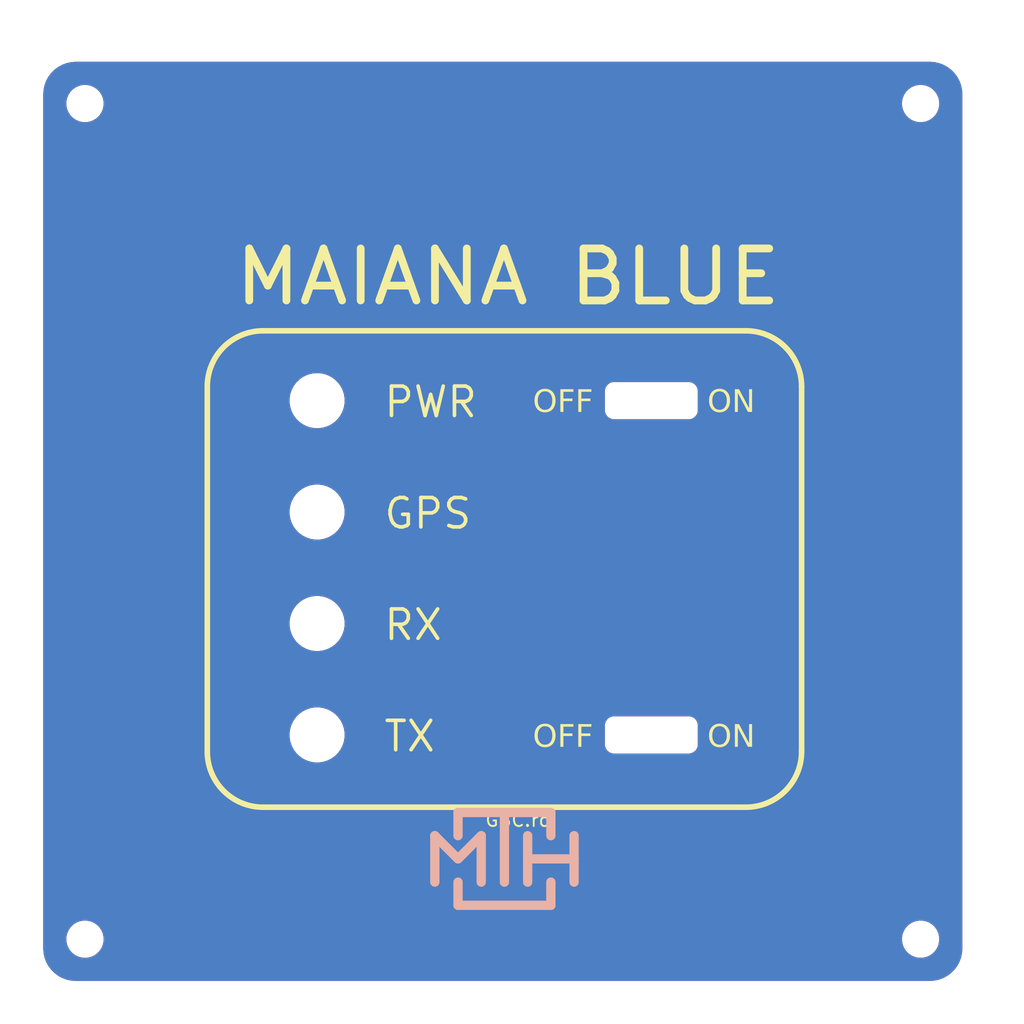
<source format=kicad_pcb>
(kicad_pcb
	(version 20241229)
	(generator "pcbnew")
	(generator_version "9.0")
	(general
		(thickness 1.6)
		(legacy_teardrops no)
	)
	(paper "A4")
	(layers
		(0 "F.Cu" signal)
		(2 "B.Cu" signal)
		(9 "F.Adhes" user "F.Adhesive")
		(11 "B.Adhes" user "B.Adhesive")
		(13 "F.Paste" user)
		(15 "B.Paste" user)
		(5 "F.SilkS" user "F.Silkscreen")
		(7 "B.SilkS" user "B.Silkscreen")
		(1 "F.Mask" user)
		(3 "B.Mask" user)
		(17 "Dwgs.User" user "User.Drawings")
		(19 "Cmts.User" user "User.Comments")
		(21 "Eco1.User" user "User.Eco1")
		(23 "Eco2.User" user "User.Eco2")
		(25 "Edge.Cuts" user)
		(27 "Margin" user)
		(31 "F.CrtYd" user "F.Courtyard")
		(29 "B.CrtYd" user "B.Courtyard")
		(35 "F.Fab" user)
		(33 "B.Fab" user)
		(39 "User.1" user)
		(41 "User.2" user)
		(43 "User.3" user)
		(45 "User.4" user)
		(47 "User.5" user)
		(49 "User.6" user)
		(51 "User.7" user)
		(53 "User.8" user)
		(55 "User.9" user)
	)
	(setup
		(pad_to_mask_clearance 0)
		(allow_soldermask_bridges_in_footprints no)
		(tenting front back)
		(pcbplotparams
			(layerselection 0x00000000_00000000_55555555_5755f5ff)
			(plot_on_all_layers_selection 0x00000000_00000000_00000000_00000000)
			(disableapertmacros no)
			(usegerberextensions no)
			(usegerberattributes yes)
			(usegerberadvancedattributes yes)
			(creategerberjobfile yes)
			(dashed_line_dash_ratio 12.000000)
			(dashed_line_gap_ratio 3.000000)
			(svgprecision 4)
			(plotframeref no)
			(mode 1)
			(useauxorigin no)
			(hpglpennumber 1)
			(hpglpenspeed 20)
			(hpglpendiameter 15.000000)
			(pdf_front_fp_property_popups yes)
			(pdf_back_fp_property_popups yes)
			(pdf_metadata yes)
			(pdf_single_document no)
			(dxfpolygonmode yes)
			(dxfimperialunits yes)
			(dxfusepcbnewfont yes)
			(psnegative no)
			(psa4output no)
			(plot_black_and_white yes)
			(sketchpadsonfab no)
			(plotpadnumbers no)
			(hidednponfab no)
			(sketchdnponfab yes)
			(crossoutdnponfab yes)
			(subtractmaskfromsilk no)
			(outputformat 1)
			(mirror no)
			(drillshape 1)
			(scaleselection 1)
			(outputdirectory "")
		)
	)
	(net 0 "")
	(gr_line
		(start 132.588 117.396)
		(end 132.588 97.742)
		(stroke
			(width 0.3)
			(type solid)
		)
		(layer "F.SilkS")
		(uuid "0265aa50-51fa-4dd2-943a-593b594ed2f3")
	)
	(gr_arc
		(start 135.588 120.396)
		(mid 133.46668 119.51732)
		(end 132.588 117.396)
		(stroke
			(width 0.3)
			(type solid)
		)
		(layer "F.SilkS")
		(uuid "0adb0ee7-1a12-4e7d-a6e2-5129c1be1b48")
	)
	(gr_line
		(start 135.588 94.742)
		(end 161.592 94.742)
		(stroke
			(width 0.3)
			(type solid)
		)
		(layer "F.SilkS")
		(uuid "3d09f44a-cac8-4651-bc44-b878b918c03b")
	)
	(gr_arc
		(start 132.588 97.742)
		(mid 133.46668 95.62068)
		(end 135.588 94.742)
		(stroke
			(width 0.3)
			(type solid)
		)
		(layer "F.SilkS")
		(uuid "522fc3b6-12a7-4a6f-80f4-483975e09f3f")
	)
	(gr_arc
		(start 161.592 94.742)
		(mid 163.71332 95.62068)
		(end 164.592 97.742)
		(stroke
			(width 0.3)
			(type solid)
		)
		(layer "F.SilkS")
		(uuid "76a114f0-b270-40fb-8c7d-a1c4e73bac8d")
	)
	(gr_line
		(start 164.592 97.742)
		(end 164.592 117.396)
		(stroke
			(width 0.3)
			(type solid)
		)
		(layer "F.SilkS")
		(uuid "c8e4b8b4-2952-4d2c-81a8-730961c536f4")
	)
	(gr_line
		(start 161.592 120.396)
		(end 135.588 120.396)
		(stroke
			(width 0.3)
			(type solid)
		)
		(layer "F.SilkS")
		(uuid "dfd19c26-2874-4c62-be6c-17e4510b8285")
	)
	(gr_arc
		(start 164.592 117.396)
		(mid 163.71332 119.51732)
		(end 161.592 120.396)
		(stroke
			(width 0.3)
			(type solid)
		)
		(layer "F.SilkS")
		(uuid "e6447e93-9921-4294-8a62-8150a76462f4")
	)
	(gr_line
		(start 151.09 121.93)
		(end 151.09 120.68)
		(stroke
			(width 0.5)
			(type default)
		)
		(layer "B.SilkS")
		(uuid "077689df-b1fa-4de2-91ca-bb5d52af2fc2")
	)
	(gr_line
		(start 146.09 120.68)
		(end 146.09 121.93)
		(stroke
			(width 0.5)
			(type default)
		)
		(layer "B.SilkS")
		(uuid "0d1bf30d-873d-44b5-b64e-ac0ca00ddd4b")
	)
	(gr_line
		(start 152.34 124.43)
		(end 152.34 121.93)
		(stroke
			(width 0.5)
			(type default)
		)
		(layer "B.SilkS")
		(uuid "28be9f76-5be3-4c06-9ed7-a5a70738625d")
	)
	(gr_line
		(start 151.09 120.68)
		(end 146.09 120.68)
		(stroke
			(width 0.5)
			(type default)
		)
		(layer "B.SilkS")
		(uuid "33d53de0-f98a-4f09-9da2-f922fc15a437")
	)
	(gr_line
		(start 146.09 125.68)
		(end 146.09 124.43)
		(stroke
			(width 0.5)
			(type default)
		)
		(layer "B.SilkS")
		(uuid "46dba497-2161-4b1f-ae97-d271f4a21eb6")
	)
	(gr_line
		(start 151.09 125.68)
		(end 146.09 125.68)
		(stroke
			(width 0.5)
			(type default)
		)
		(layer "B.SilkS")
		(uuid "4cce0e7b-7d14-4b5b-afef-1c2b2da38ffb")
	)
	(gr_line
		(start 147.34 124.43)
		(end 147.34 121.93)
		(stroke
			(width 0.5)
			(type default)
		)
		(layer "B.SilkS")
		(uuid "750f339c-84b7-4ccf-823f-4d5f5d8acf8a")
	)
	(gr_line
		(start 148.59 124.43)
		(end 148.59 120.68)
		(stroke
			(width 0.5)
			(type default)
		)
		(layer "B.SilkS")
		(uuid "79434da9-54f7-4832-a605-144aa7d80617")
	)
	(gr_line
		(start 144.84 121.93)
		(end 144.84 124.43)
		(stroke
			(width 0.5)
			(type default)
		)
		(layer "B.SilkS")
		(uuid "9c404dae-6fc2-4a3b-99cf-02312288b07a")
	)
	(gr_line
		(start 146.09 123.18)
		(end 144.84 121.93)
		(stroke
			(width 0.5)
			(type default)
		)
		(layer "B.SilkS")
		(uuid "a287bde6-ee9d-437c-96a0-4b1300efe220")
	)
	(gr_line
		(start 149.84 121.93)
		(end 149.84 124.43)
		(stroke
			(width 0.5)
			(type default)
		)
		(layer "B.SilkS")
		(uuid "c9fdcca6-cb01-4c02-8d9e-2f009be806f8")
	)
	(gr_line
		(start 152.34 123.18)
		(end 149.84 123.18)
		(stroke
			(width 0.5)
			(type default)
		)
		(layer "B.SilkS")
		(uuid "d1a3ca16-d1d9-4642-9f25-10885c4421fa")
	)
	(gr_line
		(start 151.09 124.43)
		(end 151.09 125.68)
		(stroke
			(width 0.5)
			(type default)
		)
		(layer "B.SilkS")
		(uuid "dfbfbfac-bc10-49c0-915b-f5e31ce991b4")
	)
	(gr_line
		(start 147.34 121.93)
		(end 146.09 123.18)
		(stroke
			(width 0.5)
			(type default)
		)
		(layer "B.SilkS")
		(uuid "f37d1fa7-c334-45e6-8aad-52e9b2258af2")
	)
	(gr_arc
		(start 158.5011 115.5036)
		(mid 158.854653 115.650047)
		(end 159.0011 116.0036)
		(stroke
			(width 0.001)
			(type solid)
		)
		(layer "Edge.Cuts")
		(uuid "03f241b0-f2b7-4d1b-8383-1fa4522d4dad")
	)
	(gr_line
		(start 154.0011 99.0036)
		(end 154.0011 98.0036)
		(stroke
			(width 0.001)
			(type default)
		)
		(layer "Edge.Cuts")
		(uuid "059fda25-a392-4852-8a0c-c7cb11e2df20")
	)
	(gr_circle
		(center 126.0011 82.5036)
		(end 127.0011 82.5036)
		(stroke
			(width 0.001)
			(type solid)
		)
		(fill no)
		(layer "Edge.Cuts")
		(uuid "1f5f6ff6-bafd-4170-8f84-c59bb7227672")
	)
	(gr_circle
		(center 138.5011 98.5036)
		(end 139.9811 98.5036)
		(stroke
			(width 0.001)
			(type solid)
		)
		(fill no)
		(layer "Edge.Cuts")
		(uuid "25b10042-a1d8-4620-8758-a956312b6d9f")
	)
	(gr_arc
		(start 154.5011 99.5036)
		(mid 154.147547 99.357153)
		(end 154.0011 99.0036)
		(stroke
			(width 0.001)
			(type solid)
		)
		(layer "Edge.Cuts")
		(uuid "41c21f0c-8dc3-4b7a-b385-8dc39a9c899d")
	)
	(gr_circle
		(center 138.5011 116.5036)
		(end 139.9811 116.5036)
		(stroke
			(width 0.001)
			(type solid)
		)
		(fill no)
		(layer "Edge.Cuts")
		(uuid "42363f0b-c0cb-4659-8e4b-d2e37e171f38")
	)
	(gr_arc
		(start 159.0011 117.0036)
		(mid 158.854653 117.357153)
		(end 158.5011 117.5036)
		(stroke
			(width 0.001)
			(type solid)
		)
		(layer "Edge.Cuts")
		(uuid "42e1c0e9-283f-4cb0-a9a8-941a610e1cf4")
	)
	(gr_line
		(start 159.0011 117.0036)
		(end 159.0011 116.0036)
		(stroke
			(width 0.001)
			(type solid)
		)
		(layer "Edge.Cuts")
		(uuid "4801da60-e260-4657-8d73-4a0ec670aa4b")
	)
	(gr_arc
		(start 125.5011 129.7536)
		(mid 124.263663 129.241037)
		(end 123.7511 128.0036)
		(stroke
			(width 0.001)
			(type solid)
		)
		(layer "Edge.Cuts")
		(uuid "58ca6a43-2215-4436-a326-ca5920116ed0")
	)
	(gr_circle
		(center 126.0011 127.5036)
		(end 127.0011 127.5036)
		(stroke
			(width 0.001)
			(type solid)
		)
		(fill no)
		(layer "Edge.Cuts")
		(uuid "5bf7b211-98a1-441f-ab86-977512fbd9cf")
	)
	(gr_line
		(start 159.0011 99.0036)
		(end 159.0011 98.0036)
		(stroke
			(width 0.001)
			(type solid)
		)
		(layer "Edge.Cuts")
		(uuid "5e7972d1-d9e9-45b8-8b02-54ea2333a646")
	)
	(gr_line
		(start 154.0011 117.0036)
		(end 154.0011 116.0036)
		(stroke
			(width 0.001)
			(type default)
		)
		(layer "Edge.Cuts")
		(uuid "620d530c-1986-484f-84f5-206fd5432d8f")
	)
	(gr_line
		(start 123.7511 128.0036)
		(end 123.7511 82.0036)
		(stroke
			(width 0.001)
			(type solid)
		)
		(layer "Edge.Cuts")
		(uuid "6656c360-dd39-4b75-833c-3ed1e8b07f74")
	)
	(gr_circle
		(center 138.5011 104.5036)
		(end 139.9811 104.5036)
		(stroke
			(width 0.001)
			(type solid)
		)
		(fill no)
		(layer "Edge.Cuts")
		(uuid "66e9422e-e082-4107-abed-c6b70a855464")
	)
	(gr_arc
		(start 123.7511 82.0036)
		(mid 124.263663 80.766163)
		(end 125.5011 80.2536)
		(stroke
			(width 0.001)
			(type solid)
		)
		(layer "Edge.Cuts")
		(uuid "6795b754-37bf-4cf8-a787-3348d19a66f0")
	)
	(gr_line
		(start 154.5011 99.5036)
		(end 158.5011 99.5036)
		(stroke
			(width 0.001)
			(type solid)
		)
		(layer "Edge.Cuts")
		(uuid "72853d80-a43b-4c51-adef-ea6a70bde3e6")
	)
	(gr_arc
		(start 171.5011 80.2536)
		(mid 172.738537 80.766163)
		(end 173.2511 82.0036)
		(stroke
			(width 0.001)
			(type solid)
		)
		(layer "Edge.Cuts")
		(uuid "87358ce1-13eb-4624-8a67-050588fb7bc7")
	)
	(gr_line
		(start 154.5011 117.5036)
		(end 158.5011 117.5036)
		(stroke
			(width 0.001)
			(type solid)
		)
		(layer "Edge.Cuts")
		(uuid "945afd2d-a1d6-4dc6-8295-bb94e05cdbea")
	)
	(gr_line
		(start 154.5011 97.5036)
		(end 158.5011 97.5036)
		(stroke
			(width 0.001)
			(type solid)
		)
		(layer "Edge.Cuts")
		(uuid "a3506971-8656-4bab-9fba-a865ccc4a155")
	)
	(gr_line
		(start 125.5011 80.2536)
		(end 171.5011 80.2536)
		(stroke
			(width 0.001)
			(type solid)
		)
		(layer "Edge.Cuts")
		(uuid "ab3e6df9-73f1-44eb-8eea-b8a95cb73fab")
	)
	(gr_arc
		(start 158.5011 97.5036)
		(mid 158.854653 97.650047)
		(end 159.0011 98.0036)
		(stroke
			(width 0.001)
			(type solid)
		)
		(layer "Edge.Cuts")
		(uuid "ac47db54-f0ab-47dd-8c34-d6995c419851")
	)
	(gr_arc
		(start 173.2511 128.0036)
		(mid 172.738537 129.241037)
		(end 171.5011 129.7536)
		(stroke
			(width 0.001)
			(type solid)
		)
		(layer "Edge.Cuts")
		(uuid "af6a1990-1b3b-4ec9-8062-cbbd8f8e76f8")
	)
	(gr_line
		(start 125.5011 129.7536)
		(end 171.5011 129.7536)
		(stroke
			(width 0.001)
			(type solid)
		)
		(layer "Edge.Cuts")
		(uuid "b7f628e7-30a0-4820-959a-779a4cbbe9e3")
	)
	(gr_line
		(start 154.5011 115.5036)
		(end 158.5011 115.5036)
		(stroke
			(width 0.001)
			(type solid)
		)
		(layer "Edge.Cuts")
		(uuid "beb11410-43c7-47dd-965c-bf98f5fd517f")
	)
	(gr_circle
		(center 171.0011 82.5036)
		(end 172.0011 82.5036)
		(stroke
			(width 0.001)
			(type solid)
		)
		(fill no)
		(layer "Edge.Cuts")
		(uuid "d9f55a65-3ad4-496e-b877-75ece1d6ddba")
	)
	(gr_arc
		(start 159.0011 99.0036)
		(mid 158.854653 99.357153)
		(end 158.5011 99.5036)
		(stroke
			(width 0.001)
			(type solid)
		)
		(layer "Edge.Cuts")
		(uuid "dbcf974f-14a7-4981-a505-78a616087a71")
	)
	(gr_arc
		(start 154.0011 116.0036)
		(mid 154.147547 115.650047)
		(end 154.5011 115.5036)
		(stroke
			(width 0.001)
			(type solid)
		)
		(layer "Edge.Cuts")
		(uuid "e9323b6d-f20c-43f5-a2e8-6549c8ea570f")
	)
	(gr_arc
		(start 154.0011 98.0036)
		(mid 154.147547 97.650047)
		(end 154.5011 97.5036)
		(stroke
			(width 0.001)
			(type solid)
		)
		(layer "Edge.Cuts")
		(uuid "ecfc9a14-dfeb-4cd4-abe6-9f866c2f6b8a")
	)
	(gr_circle
		(center 138.5011 110.5036)
		(end 139.9811 110.5036)
		(stroke
			(width 0.001)
			(type solid)
		)
		(fill no)
		(layer "Edge.Cuts")
		(uuid "edb0ea04-a54d-4db9-b019-d25c1ec4fbfc")
	)
	(gr_line
		(start 173.2511 128.0036)
		(end 173.2511 82.0036)
		(stroke
			(width 0.001)
			(type solid)
		)
		(layer "Edge.Cuts")
		(uuid "f1e6c8d2-9254-4e87-808c-b26c97f6ed15")
	)
	(gr_circle
		(center 171.0011 127.5036)
		(end 172.0011 127.5036)
		(stroke
			(width 0.001)
			(type solid)
		)
		(fill no)
		(layer "Edge.Cuts")
		(uuid "f212837f-4dfe-4e4c-a755-3adbda0236d6")
	)
	(gr_arc
		(start 154.5011 117.5036)
		(mid 154.147547 117.357153)
		(end 154.0011 117.0036)
		(stroke
			(width 0.001)
			(type solid)
		)
		(layer "Edge.Cuts")
		(uuid "f9aaf6a8-db90-4f08-8cb5-050d58971510")
	)
	(gr_text "GPS"
		(at 142.0011 105.5036 0)
		(layer "F.SilkS")
		(uuid "01babdf4-2f9e-45f2-a452-66f34f056499")
		(effects
			(font
				(size 1.58242 1.58242)
				(thickness 0.19558)
			)
			(justify left bottom)
		)
	)
	(gr_text "OFF"
		(at 150.114 99.314 0)
		(layer "F.SilkS")
		(uuid "0417b1f7-0445-46b4-a0a3-b14205d739c9")
		(effects
			(font
				(face "Arial")
				(size 1.2 1.2)
				(thickness 0.089408)
			)
			(justify left bottom)
		)
		(render_cache "OFF" 0
			(polygon
				(pts
					(xy 150.883038 97.945952) (xy 150.98418 97.969731) (xy 151.073068 98.007903) (xy 151.134119 98.047058)
					(xy 151.187082 98.093772) (xy 151.23262 98.1485) (xy 151.271051 98.212041) (xy 151.308145 98.303656)
					(xy 151.33135 98.408278) (xy 151.339488 98.528286) (xy 151.331308 98.647658) (xy 151.307861 98.752886)
					(xy 151.270172 98.846144) (xy 151.231342 98.911) (xy 151.185511 98.967056) (xy 151.132394 99.01511)
					(xy 151.071383 99.055631) (xy 150.982373 99.09541) (xy 150.881271 99.120124) (xy 150.765688 99.128757)
					(xy 150.648921 99.120186) (xy 150.547417 99.095728) (xy 150.458675 99.05651) (xy 150.397959 99.016342)
					(xy 150.345216 98.9685) (xy 150.299822 98.912486) (xy 150.261498 98.847463) (xy 150.22456 98.753988)
					(xy 150.20154 98.64832) (xy 150.193501 98.528286) (xy 150.352576 98.528286) (xy 150.360228 98.637186)
					(xy 150.381784 98.729329) (xy 150.415838 98.807497) (xy 150.461972 98.873914) (xy 150.520944 98.92904)
					(xy 150.58977 98.968535) (xy 150.670409 98.993063) (xy 150.765688 99.001702) (xy 150.86442 98.993156)
					(xy 150.946531 98.969112) (xy 151.015202 98.930835) (xy 151.072702 98.878018) (xy 151.117288 98.81382)
					(xy 151.150625 98.736055) (xy 151.172006 98.642001) (xy 151.17968 98.528286) (xy 151.172077 98.419992)
					(xy 151.150747 98.329188) (xy 151.117192 98.252916) (xy 151.071896 98.188813) (xy 151.014021 98.13599)
					(xy 150.94554 98.097833) (xy 150.864324 98.073954) (xy 150.767374 98.065495) (xy 150.6694 98.073879)
					(xy 150.587519 98.097509) (xy 150.518691 98.135167) (xy 150.460727 98.187128) (xy 150.415444 98.250446)
					(xy 150.381769 98.326602) (xy 150.360269 98.418149) (xy 150.352576 98.528286) (xy 150.193501 98.528286)
					(xy 150.200345 98.415749) (xy 150.219789 98.318031) (xy 150.25065 98.232991) (xy 150.292381 98.158826)
					(xy 150.345102 98.094145) (xy 150.408309 98.039392) (xy 150.480597 97.996301) (xy 150.563286 97.964574)
					(xy 150.658144 97.944641) (xy 150.7673 97.937634)
				)
			)
			(polygon
				(pts
					(xy 151.714279 98.084253) (xy 151.714279 98.514438) (xy 152.35864 98.514438) (xy 152.35864 98.643984)
					(xy 151.714279 98.643984) (xy 151.714279 99.11) (xy 151.557768 99.11) (xy 151.557768 97.956392)
					(xy 152.378277 97.956392) (xy 152.378277 98.084253)
				)
			)
			(polygon
				(pts
					(xy 152.740099 98.084253) (xy 152.740099 98.514438) (xy 153.38446 98.514438) (xy 153.38446 98.643984)
					(xy 152.740099 98.643984) (xy 152.740099 99.11) (xy 152.583588 99.11) (xy 152.583588 97.956392)
					(xy 153.404097 97.956392) (xy 153.404097 98.084253)
				)
			)
		)
	)
	(gr_text "GBC.ro"
		(at 147.5 121.5 0)
		(layer "F.SilkS")
		(uuid "095f1f38-ea05-4841-a088-4a63afac2696")
		(effects
			(font
				(size 0.7 0.7)
				(thickness 0.1)
			)
			(justify left bottom)
		)
	)
	(gr_text "ON"
		(at 159.512 117.348 0)
		(layer "F.SilkS")
		(uuid "12007fc1-788a-405b-b82f-4ebc1690c57b")
		(effects
			(font
				(face "Arial")
				(size 1.2 1.2)
				(thickness 0.089408)
			)
			(justify left bottom)
		)
		(render_cache "ON" 0
			(polygon
				(pts
					(xy 160.281038 115.979952) (xy 160.38218 116.003731) (xy 160.471068 116.041903) (xy 160.532119 116.081058)
					(xy 160.585082 116.127772) (xy 160.63062 116.1825) (xy 160.669051 116.246041) (xy 160.706145 116.337656)
					(xy 160.72935 116.442278) (xy 160.737488 116.562286) (xy 160.729308 116.681658) (xy 160.705861 116.786886)
					(xy 160.668172 116.880144) (xy 160.629342 116.945) (xy 160.583511 117.001056) (xy 160.530394 117.04911)
					(xy 160.469383 117.089631) (xy 160.380373 117.12941) (xy 160.279271 117.154124) (xy 160.163688 117.162757)
					(xy 160.046921 117.154186) (xy 159.945417 117.129728) (xy 159.856675 117.09051) (xy 159.795959 117.050342)
					(xy 159.743216 117.0025) (xy 159.697822 116.946486) (xy 159.659498 116.881463) (xy 159.62256 116.787988)
					(xy 159.59954 116.68232) (xy 159.591501 116.562286) (xy 159.750576 116.562286) (xy 159.758228 116.671186)
					(xy 159.779784 116.763329) (xy 159.813838 116.841497) (xy 159.859972 116.907914) (xy 159.918944 116.96304)
					(xy 159.98777 117.002535) (xy 160.068409 117.027063) (xy 160.163688 117.035702) (xy 160.26242 117.027156)
					(xy 160.344531 117.003112) (xy 160.413202 116.964835) (xy 160.470702 116.912018) (xy 160.515288 116.84782)
					(xy 160.548625 116.770055) (xy 160.570006 116.676001) (xy 160.57768 116.562286) (xy 160.570077 116.453992)
					(xy 160.548747 116.363188) (xy 160.515192 116.286916) (xy 160.469896 116.222813) (xy 160.412021 116.16999)
					(xy 160.34354 116.131833) (xy 160.262324 116.107954) (xy 160.165374 116.099495) (xy 160.0674 116.107879)
					(xy 159.985519 116.131509) (xy 159.916691 116.169167) (xy 159.858727 116.221128) (xy 159.813444 116.284446)
					(xy 159.779769 116.360602) (xy 159.758269 116.452149) (xy 159.750576 116.562286) (xy 159.591501 116.562286)
					(xy 159.598345 116.449749) (xy 159.617789 116.352031) (xy 159.64865 116.266991) (xy 159.690381 116.192826)
					(xy 159.743102 116.128145) (xy 159.806309 116.073392) (xy 159.878597 116.030301) (xy 159.961286 115.998574)
					(xy 160.056144 115.978641) (xy 160.1653 115.971634)
				)
			)
			(polygon
				(pts
					(xy 161.704983 117.144) (xy 161.086926 116.161704) (xy 161.090956 116.241131) (xy 161.09506 116.377785)
					(xy 161.09506 117.144) (xy 160.955768 117.144) (xy 160.955768 115.990392) (xy 161.137704 115.990392)
					(xy 161.762355 116.979209) (xy 161.752537 116.746714) (xy 161.752537 115.990392) (xy 161.893514 115.990392)
					(xy 161.893514 117.144)
				)
			)
		)
	)
	(gr_text "PWR"
		(at 142.0011 99.5036 0)
		(layer "F.SilkS")
		(uuid "44ef325a-cabc-4918-a0c2-317a59c9a70c")
		(effects
			(font
				(size 1.58242 1.58242)
				(thickness 0.19558)
			)
			(justify left bottom)
		)
	)
	(gr_text "TX"
		(at 142.0011 117.5036 0)
		(layer "F.SilkS")
		(uuid "4bf62de0-cb18-4b23-8401-92795e55a6f3")
		(effects
			(font
				(size 1.58242 1.58242)
				(thickness 0.19558)
			)
			(justify left bottom)
		)
	)
	(gr_text "ON"
		(at 159.512 99.314 0)
		(layer "F.SilkS")
		(uuid "8540c927-e4e1-4184-8563-c219fdad5e4b")
		(effects
			(font
				(face "Arial")
				(size 1.2 1.2)
				(thickness 0.089408)
			)
			(justify left bottom)
		)
		(render_cache "ON" 0
			(polygon
				(pts
					(xy 160.281038 97.945952) (xy 160.38218 97.969731) (xy 160.471068 98.007903) (xy 160.532119 98.047058)
					(xy 160.585082 98.093772) (xy 160.63062 98.1485) (xy 160.669051 98.212041) (xy 160.706145 98.303656)
					(xy 160.72935 98.408278) (xy 160.737488 98.528286) (xy 160.729308 98.647658) (xy 160.705861 98.752886)
					(xy 160.668172 98.846144) (xy 160.629342 98.911) (xy 160.583511 98.967056) (xy 160.530394 99.01511)
					(xy 160.469383 99.055631) (xy 160.380373 99.09541) (xy 160.279271 99.120124) (xy 160.163688 99.128757)
					(xy 160.046921 99.120186) (xy 159.945417 99.095728) (xy 159.856675 99.05651) (xy 159.795959 99.016342)
					(xy 159.743216 98.9685) (xy 159.697822 98.912486) (xy 159.659498 98.847463) (xy 159.62256 98.753988)
					(xy 159.59954 98.64832) (xy 159.591501 98.528286) (xy 159.750576 98.528286) (xy 159.758228 98.637186)
					(xy 159.779784 98.729329) (xy 159.813838 98.807497) (xy 159.859972 98.873914) (xy 159.918944 98.92904)
					(xy 159.98777 98.968535) (xy 160.068409 98.993063) (xy 160.163688 99.001702) (xy 160.26242 98.993156)
					(xy 160.344531 98.969112) (xy 160.413202 98.930835) (xy 160.470702 98.878018) (xy 160.515288 98.81382)
					(xy 160.548625 98.736055) (xy 160.570006 98.642001) (xy 160.57768 98.528286) (xy 160.570077 98.419992)
					(xy 160.548747 98.329188) (xy 160.515192 98.252916) (xy 160.469896 98.188813) (xy 160.412021 98.13599)
					(xy 160.34354 98.097833) (xy 160.262324 98.073954) (xy 160.165374 98.065495) (xy 160.0674 98.073879)
					(xy 159.985519 98.097509) (xy 159.916691 98.135167) (xy 159.858727 98.187128) (xy 159.813444 98.250446)
					(xy 159.779769 98.326602) (xy 159.758269 98.418149) (xy 159.750576 98.528286) (xy 159.591501 98.528286)
					(xy 159.598345 98.415749) (xy 159.617789 98.318031) (xy 159.64865 98.232991) (xy 159.690381 98.158826)
					(xy 159.743102 98.094145) (xy 159.806309 98.039392) (xy 159.878597 97.996301) (xy 159.961286 97.964574)
					(xy 160.056144 97.944641) (xy 160.1653 97.937634)
				)
			)
			(polygon
				(pts
					(xy 161.704983 99.11) (xy 161.086926 98.127704) (xy 161.090956 98.207131) (xy 161.09506 98.343785)
					(xy 161.09506 99.11) (xy 160.955768 99.11) (xy 160.955768 97.956392) (xy 161.137704 97.956392)
					(xy 161.762355 98.945209) (xy 161.752537 98.712714) (xy 161.752537 97.956392) (xy 161.893514 97.956392)
					(xy 161.893514 99.11)
				)
			)
		)
	)
	(gr_text "MAIANA BLUE"
		(at 133.858 93.472 0)
		(layer "F.SilkS")
		(uuid "8b30dd23-7698-4cf1-b676-ecaa6571c478")
		(effects
			(font
				(size 2.8 3)
				(thickness 0.4191)
			)
			(justify left bottom)
		)
	)
	(gr_text "RX"
		(at 142.0011 111.5036 0)
		(layer "F.SilkS")
		(uuid "e81c3305-7b1d-44a7-acd1-cd9abe58d15a")
		(effects
			(font
				(size 1.58242 1.58242)
				(thickness 0.19558)
			)
			(justify left bottom)
		)
	)
	(gr_text "OFF"
		(at 150.114 117.348 0)
		(layer "F.SilkS")
		(uuid "f9da0431-e379-447f-90eb-a0996787a2b1")
		(effects
			(font
				(face "Arial")
				(size 1.2 1.2)
				(thickness 0.089408)
			)
			(justify left bottom)
		)
		(render_cache "OFF" 0
			(polygon
				(pts
					(xy 150.883038 115.979952) (xy 150.98418 116.003731) (xy 151.073068 116.041903) (xy 151.134119 116.081058)
					(xy 151.187082 116.127772) (xy 151.23262 116.1825) (xy 151.271051 116.246041) (xy 151.308145 116.337656)
					(xy 151.33135 116.442278) (xy 151.339488 116.562286) (xy 151.331308 116.681658) (xy 151.307861 116.786886)
					(xy 151.270172 116.880144) (xy 151.231342 116.945) (xy 151.185511 117.001056) (xy 151.132394 117.04911)
					(xy 151.071383 117.089631) (xy 150.982373 117.12941) (xy 150.881271 117.154124) (xy 150.765688 117.162757)
					(xy 150.648921 117.154186) (xy 150.547417 117.129728) (xy 150.458675 117.09051) (xy 150.397959 117.050342)
					(xy 150.345216 117.0025) (xy 150.299822 116.946486) (xy 150.261498 116.881463) (xy 150.22456 116.787988)
					(xy 150.20154 116.68232) (xy 150.193501 116.562286) (xy 150.352576 116.562286) (xy 150.360228 116.671186)
					(xy 150.381784 116.763329) (xy 150.415838 116.841497) (xy 150.461972 116.907914) (xy 150.520944 116.96304)
					(xy 150.58977 117.002535) (xy 150.670409 117.027063) (xy 150.765688 117.035702) (xy 150.86442 117.027156)
					(xy 150.946531 117.003112) (xy 151.015202 116.964835) (xy 151.072702 116.912018) (xy 151.117288 116.84782)
					(xy 151.150625 116.770055) (xy 151.172006 116.676001) (xy 151.17968 116.562286) (xy 151.172077 116.453992)
					(xy 151.150747 116.363188) (xy 151.117192 116.286916) (xy 151.071896 116.222813) (xy 151.014021 116.16999)
					(xy 150.94554 116.131833) (xy 150.864324 116.107954) (xy 150.767374 116.099495) (xy 150.6694 116.107879)
					(xy 150.587519 116.131509) (xy 150.518691 116.169167) (xy 150.460727 116.221128) (xy 150.415444 116.284446)
					(xy 150.381769 116.360602) (xy 150.360269 116.452149) (xy 150.352576 116.562286) (xy 150.193501 116.562286)
					(xy 150.200345 116.449749) (xy 150.219789 116.352031) (xy 150.25065 116.266991) (xy 150.292381 116.192826)
					(xy 150.345102 116.128145) (xy 150.408309 116.073392) (xy 150.480597 116.030301) (xy 150.563286 115.998574)
					(xy 150.658144 115.978641) (xy 150.7673 115.971634)
				)
			)
			(polygon
				(pts
					(xy 151.714279 116.118253) (xy 151.714279 116.548438) (xy 152.35864 116.548438) (xy 152.35864 116.677984)
					(xy 151.714279 116.677984) (xy 151.714279 117.144) (xy 151.557768 117.144) (xy 151.557768 115.990392)
					(xy 152.378277 115.990392) (xy 152.378277 116.118253)
				)
			)
			(polygon
				(pts
					(xy 152.740099 116.118253) (xy 152.740099 116.548438) (xy 153.38446 116.548438) (xy 153.38446 116.677984)
					(xy 152.740099 116.677984) (xy 152.740099 117.144) (xy 152.583588 117.144) (xy 152.583588 115.990392)
					(xy 153.404097 115.990392) (xy 153.404097 116.118253)
				)
			)
		)
	)
	(zone
		(net 0)
		(net_name "")
		(layer "F.Cu")
		(uuid "0c7d36dd-391f-4cb8-a0ce-55edc151fe8a")
		(hatch edge 0.5)
		(priority 6)
		(connect_pads
			(clearance 0.000001)
		)
		(min_thickness 0.0762)
		(filled_areas_thickness no)
		(fill yes
			(thermal_gap 0.2024)
			(thermal_bridge_width 0.2024)
		)
		(polygon
			(pts
				(xy 175.5773 131.0798) (xy 122.4249 131.0798) (xy 122.4249 77.9274) (xy 175.5773 77.9274)
			)
		)
		(filled_polygon
			(layer "F.Cu")
			(island)
			(pts
				(xy 171.502428 80.254695) (xy 171.730719 80.271022) (xy 171.733851 80.271381) (xy 171.77501 80.2779)
				(xy 171.777014 80.278276) (xy 171.982411 80.322958) (xy 171.985966 80.32392) (xy 172.014626 80.333232)
				(xy 172.01611 80.333749) (xy 172.224915 80.411629) (xy 172.228792 80.413334) (xy 172.230038 80.413969)
				(xy 172.230972 80.414462) (xy 172.444361 80.530981) (xy 172.448798 80.533833) (xy 172.644322 80.6802)
				(xy 172.648323 80.683666) (xy 172.821033 80.856376) (xy 172.824499 80.860377) (xy 172.970864 81.055897)
				(xy 172.973723 81.060346) (xy 173.090236 81.273726) (xy 173.090729 81.27466) (xy 173.091364 81.275906)
				(xy 173.09307 81.279787) (xy 173.170946 81.488581) (xy 173.171469 81.490081) (xy 173.180775 81.518721)
				(xy 173.181743 81.5223) (xy 173.226414 81.727645) (xy 173.226805 81.729728) (xy 173.233315 81.770835)
				(xy 173.233677 81.773991) (xy 173.250005 82.002271) (xy 173.2501 82.004918) (xy 173.2501 128.002281)
				(xy 173.250005 128.004928) (xy 173.233677 128.233207) (xy 173.233315 128.236363) (xy 173.226805 128.27747)
				(xy 173.226414 128.279553) (xy 173.181743 128.484898) (xy 173.180775 128.488477) (xy 173.171469 128.517117)
				(xy 173.170946 128.518617) (xy 173.09307 128.727411) (xy 173.091364 128.731292) (xy 173.090729 128.732538)
				(xy 173.090236 128.733472) (xy 172.973722 128.946853) (xy 172.97086 128.951306) (xy 172.824499 129.146822)
				(xy 172.821033 129.150823) (xy 172.648323 129.323533) (xy 172.644322 129.326999) (xy 172.448806 129.47336)
				(xy 172.444353 129.476222) (xy 172.230972 129.592736) (xy 172.230038 129.593229) (xy 172.228792 129.593864)
				(xy 172.224911 129.59557) (xy 172.016117 129.673446) (xy 172.014617 129.673969) (xy 171.985977 129.683275)
				(xy 171.982398 129.684243) (xy 171.777053 129.728914) (xy 171.77497 129.729305) (xy 171.733863 129.735815)
				(xy 171.730707 129.736177) (xy 171.502428 129.752505) (xy 171.499781 129.7526) (xy 125.502419 129.7526)
				(xy 125.499772 129.752505) (xy 125.271491 129.736177) (xy 125.268335 129.735815) (xy 125.227228 129.729305)
				(xy 125.225145 129.728914) (xy 125.0198 129.684243) (xy 125.016221 129.683275) (xy 124.987581 129.673969)
				(xy 124.986081 129.673446) (xy 124.777287 129.59557) (xy 124.773406 129.593864) (xy 124.77216 129.593229)
				(xy 124.771226 129.592736) (xy 124.616015 129.507985) (xy 124.557842 129.47622) (xy 124.553397 129.473364)
				(xy 124.357877 129.326999) (xy 124.353876 129.323533) (xy 124.181166 129.150823) (xy 124.1777 129.146822)
				(xy 124.109424 129.055616) (xy 124.031333 128.951298) (xy 124.028481 128.946861) (xy 123.911962 128.733472)
				(xy 123.911469 128.732538) (xy 123.910834 128.731292) (xy 123.909128 128.727411) (xy 123.831252 128.518617)
				(xy 123.830729 128.517117) (xy 123.823657 128.495351) (xy 123.82142 128.488466) (xy 123.820458 128.484911)
				(xy 123.775776 128.279514) (xy 123.7754 128.27751) (xy 123.768881 128.236351) (xy 123.768522 128.233219)
				(xy 123.752195 128.004928) (xy 123.7521 128.002281) (xy 123.7521 127.503599) (xy 124.998522 127.503599)
				(xy 124.99991 127.517249) (xy 125.0001 127.521002) (xy 125.0001 127.602196) (xy 125.017035 127.687334)
				(xy 125.017383 127.689083) (xy 125.019044 127.705418) (xy 125.023383 127.71925) (xy 125.023776 127.721221)
				(xy 125.038566 127.795574) (xy 125.038568 127.795581) (xy 125.074077 127.881308) (xy 125.074709 127.882836)
				(xy 125.079773 127.898973) (xy 125.08616 127.910481) (xy 125.086969 127.912433) (xy 125.086972 127.91244)
				(xy 125.114026 127.977751) (xy 125.169117 128.060202) (xy 125.169973 128.061484) (xy 125.17822 128.076341)
				(xy 125.185806 128.085177) (xy 125.223573 128.1417) (xy 125.223575 128.141702) (xy 125.298576 128.216704)
				(xy 125.298577 128.216704) (xy 125.299572 128.217699) (xy 125.310357 128.230262) (xy 125.318226 128.236353)
				(xy 125.319887 128.238014) (xy 125.319887 128.238015) (xy 125.362999 128.281126) (xy 125.363002 128.281129)
				(xy 125.457477 128.344255) (xy 125.458553 128.344974) (xy 125.470772 128.354432) (xy 125.478054 128.358003)
				(xy 125.526949 128.390674) (xy 125.640773 128.437821) (xy 125.652899 128.44377) (xy 125.658856 128.445312)
				(xy 125.709119 128.466132) (xy 125.839204 128.492007) (xy 125.849282 128.494617) (xy 125.853361 128.494823)
				(xy 125.90251 128.5046) (xy 125.902511 128.5046) (xy 126.046122 128.5046) (xy 126.05188 128.504892)
				(xy 126.053786 128.5046) (xy 126.099687 128.5046) (xy 126.09969 128.5046) (xy 126.293081 128.466132)
				(xy 126.475251 128.390674) (xy 126.6392 128.281127) (xy 126.778627 128.1417) (xy 126.888174 127.977751)
				(xy 126.963632 127.795581) (xy 127.0021 127.60219) (xy 127.0021 127.503599) (xy 169.998522 127.503599)
				(xy 169.99991 127.517249) (xy 170.0001 127.521002) (xy 170.0001 127.602196) (xy 170.017035 127.687334)
				(xy 170.017383 127.689083) (xy 170.019044 127.705418) (xy 170.023383 127.71925) (xy 170.023776 127.721221)
				(xy 170.038566 127.795574) (xy 170.038568 127.795581) (xy 170.074077 127.881308) (xy 170.074709 127.882836)
				(xy 170.079773 127.898973) (xy 170.08616 127.910481) (xy 170.086969 127.912433) (xy 170.086972 127.91244)
				(xy 170.114026 127.977751) (xy 170.169117 128.060202) (xy 170.169973 128.061484) (xy 170.17822 128.076341)
				(xy 170.185806 128.085177) (xy 170.223573 128.1417) (xy 170.223575 128.141702) (xy 170.298576 128.216704)
				(xy 170.298577 128.216704) (xy 170.299572 128.217699) (xy 170.310357 128.230262) (xy 170.318226 128.236353)
				(xy 170.319887 128.238014) (xy 170.319887 128.238015) (xy 170.362999 128.281126) (xy 170.363002 128.281129)
				(xy 170.457477 128.344255) (xy 170.458553 128.344974) (xy 170.470772 128.354432) (xy 170.478054 128.358003)
				(xy 170.526949 128.390674) (xy 170.640773 128.437821) (xy 170.652899 128.44377) (xy 170.658856 128.445312)
				(xy 170.709119 128.466132) (xy 170.839204 128.492007) (xy 170.849282 128.494617) (xy 170.853361 128.494823)
				(xy 170.90251 128.5046) (xy 170.902511 128.5046) (xy 171.046122 128.5046) (xy 171.05188 128.504892)
				(xy 171.053786 128.5046) (xy 171.099687 128.5046) (xy 171.09969 128.5046) (xy 171.293081 128.466132)
				(xy 171.475251 128.390674) (xy 171.6392 128.281127) (xy 171.778627 128.1417) (xy 171.888174 127.977751)
				(xy 171.963632 127.795581) (xy 172.0021 127.60219) (xy 172.0021 127.40501) (xy 171.984814 127.31811)
				(xy 171.963633 127.211624) (xy 171.963632 127.211623) (xy 171.963632 127.211619) (xy 171.888174 127.029449)
				(xy 171.778627 126.8655) (xy 171.6392 126.726073) (xy 171.475251 126.616526) (xy 171.293081 126.541068)
				(xy 171.293077 126.541067) (xy 171.293075 126.541066) (xy 171.099695 126.5026) (xy 171.09969 126.5026)
				(xy 171.053786 126.5026) (xy 171.05188 126.502308) (xy 171.046122 126.5026) (xy 170.902504 126.5026)
				(xy 170.856016 126.511848) (xy 170.856015 126.511848) (xy 170.855335 126.511983) (xy 170.853363 126.512375)
				(xy 170.849282 126.512583) (xy 170.839216 126.515189) (xy 170.838166 126.515398) (xy 170.838164 126.515397)
				(xy 170.709124 126.541066) (xy 170.70912 126.541067) (xy 170.661248 126.560895) (xy 170.661249 126.560896)
				(xy 170.658853 126.561888) (xy 170.652899 126.56343) (xy 170.64078 126.569374) (xy 170.639688 126.569827)
				(xy 170.526946 126.616527) (xy 170.480112 126.64782) (xy 170.478048 126.649198) (xy 170.470772 126.652768)
				(xy 170.458563 126.662217) (xy 170.457468 126.66295) (xy 170.363 126.726072) (xy 170.362995 126.726076)
				(xy 170.319888 126.769182) (xy 170.319889 126.769183) (xy 170.318221 126.77085) (xy 170.310357 126.776938)
				(xy 170.299578 126.789493) (xy 170.298573 126.790499) (xy 170.298571 126.790499) (xy 170.223576 126.865495)
				(xy 170.223572 126.8655) (xy 170.187045 126.920166) (xy 170.187045 126.920167) (xy 170.185802 126.922026)
				(xy 170.17822 126.930859) (xy 170.16998 126.945703) (xy 170.169121 126.94699) (xy 170.114025 127.02945)
				(xy 170.086972 127.094754) (xy 170.086973 127.094755) (xy 170.086156 127.096725) (xy 170.079773 127.108227)
				(xy 170.074711 127.124357) (xy 170.074076 127.125893) (xy 170.038567 127.21162) (xy 170.038566 127.211624)
				(xy 170.023776 127.285978) (xy 170.023776 127.285979) (xy 170.023383 127.287949) (xy 170.019044 127.301782)
				(xy 170.017383 127.31811) (xy 170.017037 127.319853) (xy 170.000101 127.405001) (xy 170.0001 127.405012)
				(xy 170.0001 127.486196) (xy 169.99991 127.489948) (xy 169.998522 127.503599) (xy 127.0021 127.503599)
				(xy 127.0021 127.40501) (xy 126.984814 127.31811) (xy 126.963633 127.211624) (xy 126.963632 127.211623)
				(xy 126.963632 127.211619) (xy 126.888174 127.029449) (xy 126.778627 126.8655) (xy 126.6392 126.726073)
				(xy 126.475251 126.616526) (xy 126.293081 126.541068) (xy 126.293077 126.541067) (xy 126.293075 126.541066)
				(xy 126.099695 126.5026) (xy 126.09969 126.5026) (xy 126.053786 126.5026) (xy 126.05188 126.502308)
				(xy 126.046122 126.5026) (xy 125.902504 126.5026) (xy 125.856016 126.511848) (xy 125.856015 126.511848)
				(xy 125.855335 126.511983) (xy 125.853363 126.512375) (xy 125.849282 126.512583) (xy 125.839216 126.515189)
				(xy 125.838166 126.515398) (xy 125.838164 126.515397) (xy 125.709124 126.541066) (xy 125.70912 126.541067)
				(xy 125.661248 126.560895) (xy 125.661249 126.560896) (xy 125.658853 126.561888) (xy 125.652899 126.56343)
				(xy 125.64078 126.569374) (xy 125.639688 126.569827) (xy 125.526946 126.616527) (xy 125.480112 126.64782)
				(xy 125.478048 126.649198) (xy 125.470772 126.652768) (xy 125.458563 126.662217) (xy 125.457468 126.66295)
				(xy 125.363 126.726072) (xy 125.362995 126.726076) (xy 125.319888 126.769182) (xy 125.319889 126.769183)
				(xy 125.318221 126.77085) (xy 125.310357 126.776938) (xy 125.299578 126.789493) (xy 125.298573 126.790499)
				(xy 125.298571 126.790499) (xy 125.223576 126.865495) (xy 125.223572 126.8655) (xy 125.187045 126.920166)
				(xy 125.187045 126.920167) (xy 125.185802 126.922026) (xy 125.17822 126.930859) (xy 125.16998 126.945703)
				(xy 125.169121 126.94699) (xy 125.114025 127.02945) (xy 125.086972 127.094754) (xy 125.086973 127.094755)
				(xy 125.086156 127.096725) (xy 125.079773 127.108227) (xy 125.074711 127.124357) (xy 125.074076 127.125893)
				(xy 125.038567 127.21162) (xy 125.038566 127.211624) (xy 125.023776 127.285978) (xy 125.023776 127.285979)
				(xy 125.023383 127.287949) (xy 125.019044 127.301782) (xy 125.017383 127.31811) (xy 125.017037 127.319853)
				(xy 125.000101 127.405001) (xy 125.0001 127.405012) (xy 125.0001 127.486196) (xy 124.99991 127.489948)
				(xy 124.998522 127.503599) (xy 123.7521 127.503599) (xy 123.7521 116.387043) (xy 137.0201 116.387043)
				(xy 137.0201 116.620156) (xy 137.056566 116.8504) (xy 137.056569 116.850412) (xy 137.128598 117.072096)
				(xy 137.128605 117.072111) (xy 137.234429 117.279803) (xy 137.234432 117.279808) (xy 137.234435 117.279813)
				(xy 137.371456 117.468407) (xy 137.371457 117.468408) (xy 137.4074 117.504352) (xy 137.407401 117.504352)
				(xy 137.409028 117.505979) (xy 137.410363 117.507694) (xy 137.415146 117.512097) (xy 137.536293 117.633244)
				(xy 137.536296 117.633246) (xy 137.536298 117.633248) (xy 137.584155 117.668019) (xy 137.585898 117.669285)
				(xy 137.590508 117.673529) (xy 137.60274 117.681521) (xy 137.602746 117.681525) (xy 137.724887 117.770265)
				(xy 137.724892 117.770267) (xy 137.724894 117.770269) (xy 137.738674 117.77729) (xy 137.787066 117.801947)
				(xy 137.795491 117.807451) (xy 137.812574 117.814944) (xy 137.932593 117.876097) (xy 138.007405 117.900405)
				(xy 138.019721 117.905808) (xy 138.039268 117.910757) (xy 138.106732 117.932677) (xy 138.154291 117.948131)
				(xy 138.154293 117.948131) (xy 138.154298 117.948133) (xy 138.241235 117.961902) (xy 138.257083 117.965916)
				(xy 138.276988 117.967565) (xy 138.384543 117.9846) (xy 138.384544 117.9846) (xy 138.482563 117.9846)
				(xy 138.5011 117.986136) (xy 138.519637 117.9846) (xy 138.617656 117.9846) (xy 138.617657 117.9846)
				(xy 138.725214 117.967564) (xy 138.745117 117.965916) (xy 138.760964 117.961902) (xy 138.847902 117.948133)
				(xy 138.962941 117.910754) (xy 138.982479 117.905808) (xy 138.994792 117.900405) (xy 139.069607 117.876097)
				(xy 139.189629 117.814942) (xy 139.206709 117.807451) (xy 139.215126 117.80195) (xy 139.277313 117.770265)
				(xy 139.399468 117.681514) (xy 139.411692 117.673529) (xy 139.416303 117.669282) (xy 139.465907 117.633244)
				(xy 139.587065 117.512085) (xy 139.591837 117.507694) (xy 139.593167 117.505983) (xy 139.630744 117.468407)
				(xy 139.767765 117.279813) (xy 139.873597 117.072107) (xy 139.874416 117.069589) (xy 139.94563 116.850412)
				(xy 139.94563 116.850408) (xy 139.945633 116.850402) (xy 139.9821 116.620157) (xy 139.9821 116.387043)
				(xy 139.945633 116.156798) (xy 139.945631 116.156794) (xy 139.94563 116.156787) (xy 139.880564 115.956532)
				(xy 139.877515 115.947151) (xy 154.0001 115.947151) (xy 154.0001 116.003186) (xy 154.0001 117.0026)
				(xy 154.0001 117.0036) (xy 154.0001 117.060049) (xy 154.0173 117.135412) (xy 154.025221 117.170114)
				(xy 154.035147 117.190727) (xy 154.036656 117.19386) (xy 154.037167 117.195767) (xy 154.039623 117.200021)
				(xy 154.040227 117.201275) (xy 154.040227 117.201276) (xy 154.074207 117.271835) (xy 154.074209 117.271839)
				(xy 154.095444 117.298466) (xy 154.098358 117.30212) (xy 154.099123 117.303079) (xy 154.102712 117.309294)
				(xy 154.109462 117.316044) (xy 154.110757 117.317668) (xy 154.110763 117.317675) (xy 154.110768 117.317681)
				(xy 154.144598 117.360102) (xy 154.187023 117.393935) (xy 154.187022 117.393935) (xy 154.188655 117.395237)
				(xy 154.195406 117.401988) (xy 154.201619 117.405575) (xy 154.232865 117.430493) (xy 154.304679 117.465077)
				(xy 154.308933 117.467533) (xy 154.310839 117.468043) (xy 154.313972 117.469552) (xy 154.313973 117.469553)
				(xy 154.334578 117.479476) (xy 154.33458 117.479476) (xy 154.334583 117.479478) (xy 154.444651 117.5046)
				(xy 154.444653 117.5046) (xy 158.557547 117.5046) (xy 158.557549 117.5046) (xy 158.667617 117.479478)
				(xy 158.691363 117.468042) (xy 158.693267 117.467533) (xy 158.697514 117.465079) (xy 158.769335 117.430493)
				(xy 158.800583 117.405572) (xy 158.806794 117.401988) (xy 158.813544 117.395237) (xy 158.857602 117.360102)
				(xy 158.892738 117.316042) (xy 158.899488 117.309294) (xy 158.903072 117.303083) (xy 158.927993 117.271835)
				(xy 158.962581 117.200011) (xy 158.965033 117.195767) (xy 158.965544 117.193859) (xy 158.967053 117.190727)
				(xy 158.967053 117.190726) (xy 158.976976 117.170121) (xy 158.976975 117.170121) (xy 158.976978 117.170117)
				(xy 159.0021 117.060049) (xy 159.0021 117.0036) (xy 159.0021 117.0026) (xy 159.0021 116.003186)
				(xy 159.0021 115.947151) (xy 158.976978 115.837083) (xy 158.967053 115.816473) (xy 158.967053 115.816472)
				(xy 158.965543 115.813338) (xy 158.965033 115.811433) (xy 158.962575 115.807175) (xy 158.961975 115.80593)
				(xy 158.927993 115.735365) (xy 158.903073 115.704117) (xy 158.899488 115.697906) (xy 158.892737 115.691155)
				(xy 158.891442 115.689531) (xy 158.891435 115.689523) (xy 158.857602 115.647098) (xy 158.832138 115.626791)
				(xy 158.815175 115.613263) (xy 158.815175 115.613262) (xy 158.813541 115.611959) (xy 158.806794 115.605212)
				(xy 158.800579 115.601623) (xy 158.79962 115.600858) (xy 158.798405 115.59989) (xy 158.798405 115.599889)
				(xy 158.798404 115.599889) (xy 158.769339 115.576709) (xy 158.769335 115.576707) (xy 158.698776 115.542727)
				(xy 158.698775 115.542727) (xy 158.697521 115.542123) (xy 158.693267 115.539667) (xy 158.69136 115.539156)
				(xy 158.688227 115.537647) (xy 158.683286 115.535268) (xy 158.667617 115.527722) (xy 158.667613 115.527721)
				(xy 158.667615 115.527721) (xy 158.607791 115.514067) (xy 158.557549 115.5026) (xy 158.501514 115.5026)
				(xy 154.5021 115.5026) (xy 154.5011 115.5026) (xy 154.444651 115.5026) (xy 154.381073 115.517111)
				(xy 154.334586 115.527721) (xy 154.334578 115.527724) (xy 154.313962 115.537651) (xy 154.310831 115.539158)
				(xy 154.308933 115.539667) (xy 154.304701 115.54211) (xy 154.303439 115.542718) (xy 154.303429 115.542724)
				(xy 154.232866 115.576706) (xy 154.232861 115.576709) (xy 154.20379 115.599892) (xy 154.201611 115.601629)
				(xy 154.195406 115.605212) (xy 154.188665 115.611952) (xy 154.187032 115.613255) (xy 154.187024 115.613263)
				(xy 154.144598 115.647097) (xy 154.144597 115.647098) (xy 154.110763 115.689524) (xy 154.110762 115.689523)
				(xy 154.109451 115.691166) (xy 154.102712 115.697906) (xy 154.09913 115.704108) (xy 154.097393 115.706288)
				(xy 154.097392 115.70629) (xy 154.074209 115.735361) (xy 154.074206 115.735366) (xy 154.040224 115.805929)
				(xy 154.039616 115.80719) (xy 154.037167 115.811433) (xy 154.036658 115.813331) (xy 154.035151 115.816461)
				(xy 154.035151 115.816462) (xy 154.025224 115.837078) (xy 154.025222 115.837085) (xy 154.0001 115.947151)
				(xy 139.877515 115.947151) (xy 139.873599 115.9351) (xy 139.873597 115.935093) (xy 139.807784 115.805928)
				(xy 139.76777 115.727396) (xy 139.767767 115.727391) (xy 139.767765 115.727387) (xy 139.630744 115.538793)
				(xy 139.619672 115.527721) (xy 139.594799 115.502847) (xy 139.594799 115.502848) (xy 139.593171 115.50122)
				(xy 139.591837 115.499506) (xy 139.587053 115.495102) (xy 139.586524 115.494573) (xy 139.586517 115.494566)
				(xy 139.465907 115.373956) (xy 139.418046 115.339183) (xy 139.416307 115.337919) (xy 139.411692 115.333671)
				(xy 139.39947 115.325686) (xy 139.39872 115.325141) (xy 139.398719 115.32514) (xy 139.317879 115.266407)
				(xy 139.277313 115.236935) (xy 139.27731 115.236933) (xy 139.277308 115.236932) (xy 139.277304 115.236929)
				(xy 139.216913 115.206159) (xy 139.215128 115.205249) (xy 139.206709 115.199749) (xy 139.189632 115.192258)
				(xy 139.18866 115.191763) (xy 139.069611 115.131105) (xy 139.0696 115.1311) (xy 138.996556 115.107367)
				(xy 138.994798 115.106796) (xy 138.982479 115.101392) (xy 138.962944 115.096445) (xy 138.961759 115.09606)
				(xy 138.961758 115.096059) (xy 138.847912 115.059069) (xy 138.8479 115.059066) (xy 138.762637 115.045562)
				(xy 138.762637 115.045561) (xy 138.760954 115.045294) (xy 138.745117 115.041284) (xy 138.725217 115.039635)
				(xy 138.723847 115.039418) (xy 138.723843 115.039418) (xy 138.617657 115.0226) (xy 138.519637 115.0226)
				(xy 138.5011 115.021064) (xy 138.482563 115.0226) (xy 138.384543 115.0226) (xy 138.278355 115.039418)
				(xy 138.278354 115.039418) (xy 138.276984 115.039634) (xy 138.257083 115.041284) (xy 138.241244 115.045294)
				(xy 138.239564 115.045561) (xy 138.239561 115.045562) (xy 138.154299 115.059066) (xy 138.154287 115.059069)
				(xy 138.040438 115.096061) (xy 138.039254 115.096445) (xy 138.019721 115.101392) (xy 138.007423 115.106786)
				(xy 138.005651 115.107362) (xy 138.005646 115.107365) (xy 137.9326 115.1311) (xy 137.932588 115.131105)
				(xy 137.813544 115.191761) (xy 137.813543 115.191762) (xy 137.812574 115.192255) (xy 137.795491 115.199749)
				(xy 137.78708 115.205243) (xy 137.785288 115.206157) (xy 137.785288 115.206158) (xy 137.724886 115.236935)
				(xy 137.603484 115.325136) (xy 137.603483 115.325135) (xy 137.602677 115.32572) (xy 137.590508 115.333671)
				(xy 137.585909 115.337903) (xy 137.584155 115.339179) (xy 137.584153 115.339182) (xy 137.536297 115.373951)
				(xy 137.536292 115.373956) (xy 137.41568 115.494566) (xy 137.415109 115.495136) (xy 137.410363 115.499506)
				(xy 137.409036 115.50121) (xy 137.407404 115.502843) (xy 137.37146 115.538787) (xy 137.234432 115.727391)
				(xy 137.234429 115.727396) (xy 137.128605 115.935088) (xy 137.128598 115.935103) (xy 137.056569 116.156787)
				(xy 137.056566 116.156799) (xy 137.0201 116.387043) (xy 123.7521 116.387043) (xy 123.7521 110.387043)
				(xy 137.0201 110.387043) (xy 137.0201 110.620156) (xy 137.056566 110.8504) (xy 137.056569 110.850412)
				(xy 137.128598 111.072096) (xy 137.128605 111.072111) (xy 137.234429 111.279803) (xy 137.234432 111.279808)
				(xy 137.234435 111.279813) (xy 137.371456 111.468407) (xy 137.371457 111.468408) (xy 137.4074 111.504352)
				(xy 137.407401 111.504352) (xy 137.409028 111.505979) (xy 137.410363 111.507694) (xy 137.415146 111.512097)
				(xy 137.536293 111.633244) (xy 137.536296 111.633246) (xy 137.536298 111.633248) (xy 137.584155 111.668019)
				(xy 137.585898 111.669285) (xy 137.590508 111.673529) (xy 137.60274 111.681521) (xy 137.602746 111.681525)
				(xy 137.724887 111.770265) (xy 137.724892 111.770267) (xy 137.724894 111.770269) (xy 137.738674 111.77729)
				(xy 137.787066 111.801947) (xy 137.795491 111.807451) (xy 137.812574 111.814944) (xy 137.932593 111.876097)
				(xy 138.007405 111.900405) (xy 138.019721 111.905808) (xy 138.039268 111.910757) (xy 138.106732 111.932677)
				(xy 138.154291 111.948131) (xy 138.154293 111.948131) (xy 138.154298 111.948133) (xy 138.241235 111.961902)
				(xy 138.257083 111.965916) (xy 138.276988 111.967565) (xy 138.384543 111.9846) (xy 138.384544 111.9846)
				(xy 138.482563 111.9846) (xy 138.5011 111.986136) (xy 138.519637 111.9846) (xy 138.617656 111.9846)
				(xy 138.617657 111.9846) (xy 138.725214 111.967564) (xy 138.745117 111.965916) (xy 138.760964 111.961902)
				(xy 138.847902 111.948133) (xy 138.962941 111.910754) (xy 138.982479 111.905808) (xy 138.994792 111.900405)
				(xy 139.069607 111.876097) (xy 139.189629 111.814942) (xy 139.206709 111.807451) (xy 139.215126 111.80195)
				(xy 139.277313 111.770265) (xy 139.399468 111.681514) (xy 139.411692 111.673529) (xy 139.416303 111.669282)
				(xy 139.465907 111.633244) (xy 139.587065 111.512085) (xy 139.591837 111.507694) (xy 139.593167 111.505983)
				(xy 139.630744 111.468407) (xy 139.767765 111.279813) (xy 139.873597 111.072107) (xy 139.874416 111.069589)
				(xy 139.94563 110.850412) (xy 139.94563 110.850408) (xy 139.945633 110.850402) (xy 139.9821 110.620157)
				(xy 139.9821 110.387043) (xy 139.945633 110.156798) (xy 139.945631 110.156794) (xy 139.94563 110.156787)
				(xy 139.873601 109.935103) (xy 139.873598 109.935097) (xy 139.873597 109.935093) (xy 139.767765 109.727387)
				(xy 139.630744 109.538793) (xy 139.630738 109.538787) (xy 139.594799 109.502847) (xy 139.594799 109.502848)
				(xy 139.593171 109.50122) (xy 139.591837 109.499506) (xy 139.587053 109.495102) (xy 139.586524 109.494573)
				(xy 139.586517 109.494566) (xy 139.465907 109.373956) (xy 139.418046 109.339183) (xy 139.416307 109.337919)
				(xy 139.411692 109.333671) (xy 139.39947 109.325686) (xy 139.39872 109.325141) (xy 139.398719 109.32514)
				(xy 139.317879 109.266407) (xy 139.277313 109.236935) (xy 139.27731 109.236933) (xy 139.277308 109.236932)
				(xy 139.277304 109.236929) (xy 139.216913 109.206159) (xy 139.215128 109.205249) (xy 139.206709 109.199749)
				(xy 139.189632 109.192258) (xy 139.18866 109.191763) (xy 139.069611 109.131105) (xy 139.0696 109.1311)
				(xy 138.996556 109.107367) (xy 138.994798 109.106796) (xy 138.982479 109.101392) (xy 138.962944 109.096445)
				(xy 138.961759 109.09606) (xy 138.961758 109.096059) (xy 138.847912 109.059069) (xy 138.8479 109.059066)
				(xy 138.762637 109.045562) (xy 138.762637 109.045561) (xy 138.760954 109.045294) (xy 138.745117 109.041284)
				(xy 138.725217 109.039635) (xy 138.723847 109.039418) (xy 138.723843 109.039418) (xy 138.617657 109.0226)
				(xy 138.519637 109.0226) (xy 138.5011 109.021064) (xy 138.482563 109.0226) (xy 138.384543 109.0226)
				(xy 138.278355 109.039418) (xy 138.278354 109.039418) (xy 138.276984 109.039634) (xy 138.257083 109.041284)
				(xy 138.241244 109.045294) (xy 138.239564 109.045561) (xy 138.239561 109.045562) (xy 138.154299 109.059066)
				(xy 138.154287 109.059069) (xy 138.040438 109.096061) (xy 138.039254 109.096445) (xy 138.019721 109.101392)
				(xy 138.007423 109.106786) (xy 138.005651 109.107362) (xy 138.005646 109.107365) (xy 137.9326 109.1311)
				(xy 137.932588 109.131105) (xy 137.813544 109.191761) (xy 137.813543 109.191762) (xy 137.812574 109.192255)
				(xy 137.795491 109.199749) (xy 137.78708 109.205243) (xy 137.785288 109.206157) (xy 137.785288 109.206158)
				(xy 137.724886 109.236935) (xy 137.603484 109.325136) (xy 137.603483 109.325135) (xy 137.602677 109.32572)
				(xy 137.590508 109.333671) (xy 137.585909 109.337903) (xy 137.584155 109.339179) (xy 137.584153 109.339182)
				(xy 137.536297 109.373951) (xy 137.536292 109.373956) (xy 137.41568 109.494566) (xy 137.415109 109.495136)
				(xy 137.410363 109.499506) (xy 137.409036 109.50121) (xy 137.407404 109.502843) (xy 137.37146 109.538787)
				(xy 137.234432 109.727391) (xy 137.234429 109.727396) (xy 137.128605 109.935088) (xy 137.128598 109.935103)
				(xy 137.056569 110.156787) (xy 137.056566 110.156799) (xy 137.0201 110.387043) (xy 123.7521 110.387043)
				(xy 123.7521 104.387043) (xy 137.0201 104.387043) (xy 137.0201 104.620156) (xy 137.056566 104.8504)
				(xy 137.056569 104.850412) (xy 137.128598 105.072096) (xy 137.128605 105.072111) (xy 137.234429 105.279803)
				(xy 137.234432 105.279808) (xy 137.234435 105.279813) (xy 137.371456 105.468407) (xy 137.371457 105.468408)
				(xy 137.4074 105.504352) (xy 137.407401 105.504352) (xy 137.409028 105.505979) (xy 137.410363 105.507694)
				(xy 137.415146 105.512097) (xy 137.536293 105.633244) (xy 137.536296 105.633246) (xy 137.536298 105.633248)
				(xy 137.584155 105.668019) (xy 137.585898 105.669285) (xy 137.590508 105.673529) (xy 137.60274 105.681521)
				(xy 137.602746 105.681525) (xy 137.724887 105.770265) (xy 137.724892 105.770267) (xy 137.724894 105.770269)
				(xy 137.738674 105.77729) (xy 137.787066 105.801947) (xy 137.795491 105.807451) (xy 137.812574 105.814944)
				(xy 137.932593 105.876097) (xy 138.007405 105.900405) (xy 138.019721 105.905808) (xy 138.039268 105.910757)
				(xy 138.106732 105.932677) (xy 138.154291 105.948131) (xy 138.154293 105.948131) (xy 138.154298 105.948133)
				(xy 138.241235 105.961902) (xy 138.257083 105.965916) (xy 138.276988 105.967565) (xy 138.384543 105.9846)
				(xy 138.384544 105.9846) (xy 138.482563 105.9846) (xy 138.5011 105.986136) (xy 138.519637 105.9846)
				(xy 138.617656 105.9846) (xy 138.617657 105.9846) (xy 138.725214 105.967564) (xy 138.745117 105.965916)
				(xy 138.760964 105.961902) (xy 138.847902 105.948133) (xy 138.962941 105.910754) (xy 138.982479 105.905808)
				(xy 138.994792 105.900405) (xy 139.069607 105.876097) (xy 139.189629 105.814942) (xy 139.206709 105.807451)
				(xy 139.215126 105.80195) (xy 139.277313 105.770265) (xy 139.399468 105.681514) (xy 139.411692 105.673529)
				(xy 139.416303 105.669282) (xy 139.465907 105.633244) (xy 139.587065 105.512085) (xy 139.591837 105.507694)
				(xy 139.593167 105.505983) (xy 139.630744 105.468407) (xy 139.767765 105.279813) (xy 139.873597 105.072107)
				(xy 139.874416 105.069589) (xy 139.94563 104.850412) (xy 139.94563 104.850408) (xy 139.945633 104.850402)
				(xy 139.9821 104.620157) (xy 139.9821 104.387043) (xy 139.945633 104.156798) (xy 139.945631 104.156794)
				(xy 139.94563 104.156787) (xy 139.873601 103.935103) (xy 139.873598 103.935097) (xy 139.873597 103.935093)
				(xy 139.767765 103.727387) (xy 139.630744 103.538793) (xy 139.630738 103.538787) (xy 139.594799 103.502847)
				(xy 139.594799 103.502848) (xy 139.593171 103.50122) (xy 139.591837 103.499506) (xy 139.587053 103.495102)
				(xy 139.586524 103.494573) (xy 139.586517 103.494566) (xy 139.465907 103.373956) (xy 139.418046 103.339183)
				(xy 139.416307 103.337919) (xy 139.411692 103.333671) (xy 139.39947 103.325686) (xy 139.39872 103.325141)
				(xy 139.398719 103.32514) (xy 139.317879 103.266407) (xy 139.277313 103.236935) (xy 139.27731 103.236933)
				(xy 139.277308 103.236932) (xy 139.277304 103.236929) (xy 139.216913 103.206159) (xy 139.215128 103.205249)
				(xy 139.206709 103.199749) (xy 139.189632 103.192258) (xy 139.18866 103.191763) (xy 139.069611 103.131105)
				(xy 139.0696 103.1311) (xy 138.996556 103.107367) (xy 138.994798 103.106796) (xy 138.982479 103.101392)
				(xy 138.962944 103.096445) (xy 138.961759 103.09606) (xy 138.961758 103.096059) (xy 138.847912 103.059069)
				(xy 138.8479 103.059066) (xy 138.762637 103.045562) (xy 138.762637 103.045561) (xy 138.760954 103.045294)
				(xy 138.745117 103.041284) (xy 138.725217 103.039635) (xy 138.723847 103.039418) (xy 138.723843 103.039418)
				(xy 138.617657 103.0226) (xy 138.519637 103.0226) (xy 138.5011 103.021064) (xy 138.482563 103.0226)
				(xy 138.384543 103.0226) (xy 138.278355 103.039418) (xy 138.278354 103.039418) (xy 138.276984 103.039634)
				(xy 138.257083 103.041284) (xy 138.241244 103.045294) (xy 138.239564 103.045561) (xy 138.239561 103.045562)
				(xy 138.154299 103.059066) (xy 138.154287 103.059069) (xy 138.040438 103.096061) (xy 138.039254 103.096445)
				(xy 138.019721 103.101392) (xy 138.007423 103.106786) (xy 138.005651 103.107362) (xy 138.005646 103.107365)
				(xy 137.9326 103.1311) (xy 137.932588 103.131105) (xy 137.813544 103.191761) (xy 137.813543 103.191762)
				(xy 137.812574 103.192255) (xy 137.795491 103.199749) (xy 137.78708 103.205243) (xy 137.785288 103.206157)
				(xy 137.785288 103.206158) (xy 137.724886 103.236935) (xy 137.603484 103.325136) (xy 137.603483 103.325135)
				(xy 137.602677 103.32572) (xy 137.590508 103.333671) (xy 137.585909 103.337903) (xy 137.584155 103.339179)
				(xy 137.584153 103.339182) (xy 137.536297 103.373951) (xy 137.536292 103.373956) (xy 137.41568 103.494566)
				(xy 137.415109 103.495136) (xy 137.410363 103.499506) (xy 137.409036 103.50121) (xy 137.407404 103.502843)
				(xy 137.37146 103.538787) (xy 137.234432 103.727391) (xy 137.234429 103.727396) (xy 137.128605 103.935088)
				(xy 137.128598 103.935103) (xy 137.056569 104.156787) (xy 137.056566 104.156799) (xy 137.0201 104.387043)
				(xy 123.7521 104.387043) (xy 123.7521 98.387043) (xy 137.0201 98.387043) (xy 137.0201 98.620156)
				(xy 137.056566 98.8504) (xy 137.056569 98.850412) (xy 137.128598 99.072096) (xy 137.128605 99.072111)
				(xy 137.234429 99.279803) (xy 137.234432 99.279808) (xy 137.234435 99.279813) (xy 137.371456 99.468407)
				(xy 137.371457 99.468408) (xy 137.4074 99.504352) (xy 137.407401 99.504352) (xy 137.409028 99.505979)
				(xy 137.410363 99.507694) (xy 137.415146 99.512097) (xy 137.536293 99.633244) (xy 137.536296 99.633246)
				(xy 137.536298 99.633248) (xy 137.584155 99.668019) (xy 137.585898 99.669285) (xy 137.590508 99.673529)
				(xy 137.60274 99.681521) (xy 137.602746 99.681525) (xy 137.724887 99.770265) (xy 137.724892 99.770267)
				(xy 137.724894 99.770269) (xy 137.738674 99.77729) (xy 137.787066 99.801947) (xy 137.795491 99.807451)
				(xy 137.812574 99.814944) (xy 137.932593 99.876097) (xy 138.007405 99.900405) (xy 138.019721 99.905808)
				(xy 138.039268 99.910757) (xy 138.106732 99.932677) (xy 138.154291 99.948131) (xy 138.154293 99.948131)
				(xy 138.154298 99.948133) (xy 138.241235 99.961902) (xy 138.257083 99.965916) (xy 138.276988 99.967565)
				(xy 138.384543 99.9846) (xy 138.384544 99.9846) (xy 138.482563 99.9846) (xy 138.5011 99.986136)
				(xy 138.519637 99.9846) (xy 138.617656 99.9846) (xy 138.617657 99.9846) (xy 138.725214 99.967564)
				(xy 138.745117 99.965916) (xy 138.760964 99.961902) (xy 138.847902 99.948133) (xy 138.962941 99.910754)
				(xy 138.982479 99.905808) (xy 138.994792 99.900405) (xy 139.069607 99.876097) (xy 139.189629 99.814942)
				(xy 139.206709 99.807451) (xy 139.215126 99.80195) (xy 139.277313 99.770265) (xy 139.399468 99.681514)
				(xy 139.411692 99.673529) (xy 139.416303 99.669282) (xy 139.465907 99.633244) (xy 139.587065 99.512085)
				(xy 139.591837 99.507694) (xy 139.593167 99.505983) (xy 139.630744 99.468407) (xy 139.767765 99.279813)
				(xy 139.873597 99.072107) (xy 139.874416 99.069589) (xy 139.94563 98.850412) (xy 139.94563 98.850408)
				(xy 139.945633 98.850402) (xy 139.9821 98.620157) (xy 139.9821 98.387043) (xy 139.945633 98.156798)
				(xy 139.945631 98.156794) (xy 139.94563 98.156787) (xy 139.880564 97.956532) (xy 139.877515 97.947151)
				(xy 154.0001 97.947151) (xy 154.0001 98.003186) (xy 154.0001 99.0026) (xy 154.0001 99.0036) (xy 154.0001 99.060049)
				(xy 154.0173 99.135412) (xy 154.025221 99.170114) (xy 154.035147 99.190727) (xy 154.036656 99.19386)
				(xy 154.037167 99.195767) (xy 154.039623 99.200021) (xy 154.040227 99.201275) (xy 154.040227 99.201276)
				(xy 154.074207 99.271835) (xy 154.074209 99.271839) (xy 154.095444 99.298466) (xy 154.098358 99.30212)
				(xy 154.099123 99.303079) (xy 154.102712 99.309294) (xy 154.109462 99.316044) (xy 154.110757 99.317668)
				(xy 154.110763 99.317675) (xy 154.110768 99.317681) (xy 154.144598 99.360102) (xy 154.187023 99.393935)
				(xy 154.187022 99.393935) (xy 154.188655 99.395237) (xy 154.195406 99.401988) (xy 154.201619 99.405575)
				(xy 154.232865 99.430493) (xy 154.304679 99.465077) (xy 154.308933 99.467533) (xy 154.310839 99.468043)
				(xy 154.313972 99.469552) (xy 154.313973 99.469553) (xy 154.334578 99.479476) (xy 154.33458 99.479476)
				(xy 154.334583 99.479478) (xy 154.444651 99.5046) (xy 154.444653 99.5046) (xy 158.557547 99.5046)
				(xy 158.557549 99.5046) (xy 158.667617 99.479478) (xy 158.691363 99.468042) (xy 158.693267 99.467533)
				(xy 158.697514 99.465079) (xy 158.769335 99.430493) (xy 158.800583 99.405572) (xy 158.806794 99.401988)
				(xy 158.813544 99.395237) (xy 158.857602 99.360102) (xy 158.892738 99.316042) (xy 158.899488 99.309294)
				(xy 158.903072 99.303083) (xy 158.927993 99.271835) (xy 158.962581 99.200011) (xy 158.965033 99.195767)
				(xy 158.965544 99.193859) (xy 158.967053 99.190727) (xy 158.967053 99.190726) (xy 158.976976 99.170121)
				(xy 158.976975 99.170121) (xy 158.976978 99.170117) (xy 159.0021 99.060049) (xy 159.0021 99.0036)
				(xy 159.0021 99.0026) (xy 159.0021 98.003186) (xy 159.0021 97.947151) (xy 158.976978 97.837083)
				(xy 158.967053 97.816473) (xy 158.967053 97.816472) (xy 158.965543 97.813338) (xy 158.965033 97.811433)
				(xy 158.962575 97.807175) (xy 158.961975 97.80593) (xy 158.927993 97.735365) (xy 158.903073 97.704117)
				(xy 158.899488 97.697906) (xy 158.892737 97.691155) (xy 158.891442 97.689531) (xy 158.891435 97.689523)
				(xy 158.857602 97.647098) (xy 158.832138 97.626791) (xy 158.815175 97.613263) (xy 158.815175 97.613262)
				(xy 158.813541 97.611959) (xy 158.806794 97.605212) (xy 158.800579 97.601623) (xy 158.79962 97.600858)
				(xy 158.798405 97.59989) (xy 158.798405 97.599889) (xy 158.798404 97.599889) (xy 158.769339 97.576709)
				(xy 158.769335 97.576707) (xy 158.698776 97.542727) (xy 158.698775 97.542727) (xy 158.697521 97.542123)
				(xy 158.693267 97.539667) (xy 158.69136 97.539156) (xy 158.688227 97.537647) (xy 158.683286 97.535268)
				(xy 158.667617 97.527722) (xy 158.667613 97.527721) (xy 158.667615 97.527721) (xy 158.607791 97.514067)
				(xy 158.557549 97.5026) (xy 158.501514 97.5026) (xy 154.5021 97.5026) (xy 154.5011 97.5026) (xy 154.444651 97.5026)
				(xy 154.381073 97.517111) (xy 154.334586 97.527721) (xy 154.334578 97.527724) (xy 154.313962 97.537651)
				(xy 154.310831 97.539158) (xy 154.308933 97.539667) (xy 154.304701 97.54211) (xy 154.303439 97.542718)
				(xy 154.303429 97.542724) (xy 154.232866 97.576706) (xy 154.232861 97.576709) (xy 154.20379 97.599892)
				(xy 154.201611 97.601629) (xy 154.195406 97.605212) (xy 154.188665 97.611952) (xy 154.187032 97.613255)
				(xy 154.187024 97.613263) (xy 154.144598 97.647097) (xy 154.144597 97.647098) (xy 154.110763 97.689524)
				(xy 154.110762 97.689523) (xy 154.109451 97.691166) (xy 154.102712 97.697906) (xy 154.09913 97.704108)
				(xy 154.097393 97.706288) (xy 154.097392 97.70629) (xy 154.074209 97.735361) (xy 154.074206 97.735366)
				(xy 154.040224 97.805929) (xy 154.039616 97.80719) (xy 154.037167 97.811433) (xy 154.036658 97.813331)
				(xy 154.035151 97.816461) (xy 154.035151 97.816462) (xy 154.025224 97.837078) (xy 154.025222 97.837085)
				(xy 154.0001 97.947151) (xy 139.877515 97.947151) (xy 139.873599 97.9351) (xy 139.873597 97.935093)
				(xy 139.807784 97.805928) (xy 139.76777 97.727396) (xy 139.767767 97.727391) (xy 139.767765 97.727387)
				(xy 139.630744 97.538793) (xy 139.619672 97.527721) (xy 139.594799 97.502847) (xy 139.594799 97.502848)
				(xy 139.593171 97.50122) (xy 139.591837 97.499506) (xy 139.587053 97.495102) (xy 139.586524 97.494573)
				(xy 139.586517 97.494566) (xy 139.465907 97.373956) (xy 139.418046 97.339183) (xy 139.416307 97.337919)
				(xy 139.411692 97.333671) (xy 139.39947 97.325686) (xy 139.39872 97.325141) (xy 139.398719 97.32514)
				(xy 139.317879 97.266407) (xy 139.277313 97.236935) (xy 139.27731 97.236933) (xy 139.277308 97.236932)
				(xy 139.277304 97.236929) (xy 139.216913 97.206159) (xy 139.215128 97.205249) (xy 139.206709 97.199749)
				(xy 139.189632 97.192258) (xy 139.18866 97.191763) (xy 139.069611 97.131105) (xy 139.0696 97.1311)
				(xy 138.996556 97.107367) (xy 138.994798 97.106796) (xy 138.982479 97.101392) (xy 138.962944 97.096445)
				(xy 138.961759 97.09606) (xy 138.961758 97.096059) (xy 138.847912 97.059069) (xy 138.8479 97.059066)
				(xy 138.762637 97.045562) (xy 138.762637 97.045561) (xy 138.760954 97.045294) (xy 138.745117 97.041284)
				(xy 138.725217 97.039635) (xy 138.723847 97.039418) (xy 138.723843 97.039418) (xy 138.617657 97.0226)
				(xy 138.519637 97.0226) (xy 138.5011 97.021064) (xy 138.482563 97.0226) (xy 138.384543 97.0226)
				(xy 138.278355 97.039418) (xy 138.278354 97.039418) (xy 138.276984 97.039634) (xy 138.257083 97.041284)
				(xy 138.241244 97.045294) (xy 138.239564 97.045561) (xy 138.239561 97.045562) (xy 138.154299 97.059066)
				(xy 138.154287 97.059069) (xy 138.040438 97.096061) (xy 138.039254 97.096445) (xy 138.019721 97.101392)
				(xy 138.007423 97.106786) (xy 138.005651 97.107362) (xy 138.005646 97.107365) (xy 137.9326 97.1311)
				(xy 137.932588 97.131105) (xy 137.813544 97.191761) (xy 137.813543 97.191762) (xy 137.812574 97.192255)
				(xy 137.795491 97.199749) (xy 137.78708 97.205243) (xy 137.785288 97.206157) (xy 137.785288 97.206158)
				(xy 137.724886 97.236935) (xy 137.603484 97.325136) (xy 137.603483 97.325135) (xy 137.602677 97.32572)
				(xy 137.590508 97.333671) (xy 137.585909 97.337903) (xy 137.584155 97.339179) (xy 137.584153 97.339182)
				(xy 137.536297 97.373951) (xy 137.536292 97.373956) (xy 137.41568 97.494566) (xy 137.415109 97.495136)
				(xy 137.410363 97.499506) (xy 137.409036 97.50121) (xy 137.407404 97.502843) (xy 137.37146 97.538787)
				(xy 137.234432 97.727391) (xy 137.234429 97.727396) (xy 137.128605 97.935088) (xy 137.128598 97.935103)
				(xy 137.056569 98.156787) (xy 137.056566 98.156799) (xy 137.0201 98.387043) (xy 123.7521 98.387043)
				(xy 123.7521 82.503599) (xy 124.998522 82.503599) (xy 124.99991 82.517249) (xy 125.0001 82.521002)
				(xy 125.0001 82.602196) (xy 125.017035 82.687334) (xy 125.017383 82.689083) (xy 125.019044 82.705418)
				(xy 125.023383 82.71925) (xy 125.023776 82.721221) (xy 125.038566 82.795574) (xy 125.038568 82.795581)
				(xy 125.074077 82.881308) (xy 125.074709 82.882836) (xy 125.079773 82.898973) (xy 125.08616 82.910481)
				(xy 125.086969 82.912433) (xy 125.086972 82.91244) (xy 125.114026 82.977751) (xy 125.169117 83.060202)
				(xy 125.169973 83.061484) (xy 125.17822 83.076341) (xy 125.185806 83.085177) (xy 125.223573 83.1417)
				(xy 125.223575 83.141702) (xy 125.298576 83.216704) (xy 125.298577 83.216704) (xy 125.299572 83.217699)
				(xy 125.310357 83.230262) (xy 125.318226 83.236353) (xy 125.319887 83.238014) (xy 125.319887 83.238015)
				(xy 125.362999 83.281126) (xy 125.363002 83.281129) (xy 125.457477 83.344255) (xy 125.458553 83.344974)
				(xy 125.470772 83.354432) (xy 125.478054 83.358003) (xy 125.526949 83.390674) (xy 125.640773 83.437821)
				(xy 125.652899 83.44377) (xy 125.658856 83.445312) (xy 125.709119 83.466132) (xy 125.839204 83.492007)
				(xy 125.849282 83.494617) (xy 125.853361 83.494823) (xy 125.90251 83.5046) (xy 125.902511 83.5046)
				(xy 126.046122 83.5046) (xy 126.05188 83.504892) (xy 126.053786 83.5046) (xy 126.099687 83.5046)
				(xy 126.09969 83.5046) (xy 126.293081 83.466132) (xy 126.475251 83.390674) (xy 126.6392 83.281127)
				(xy 126.778627 83.1417) (xy 126.888174 82.977751) (xy 126.963632 82.795581) (xy 127.0021 82.60219)
				(xy 127.0021 82.503599) (xy 169.998522 82.503599) (xy 169.99991 82.517249) (xy 170.0001 82.521002)
				(xy 170.0001 82.602196) (xy 170.017035 82.687334) (xy 170.017383 82.689083) (xy 170.019044 82.705418)
				(xy 170.023383 82.71925) (xy 170.023776 82.721221) (xy 170.038566 82.795574) (xy 170.038568 82.795581)
				(xy 170.074077 82.881308) (xy 170.074709 82.882836) (xy 170.079773 82.898973) (xy 170.08616 82.910481)
				(xy 170.086969 82.912433) (xy 170.086972 82.91244) (xy 170.114026 82.977751) (xy 170.169117 83.060202)
				(xy 170.169973 83.061484) (xy 170.17822 83.076341) (xy 170.185806 83.085177) (xy 170.223573 83.1417)
				(xy 170.223575 83.141702) (xy 170.298576 83.216704) (xy 170.298577 83.216704) (xy 170.299572 83.217699)
				(xy 170.310357 83.230262) (xy 170.318226 83.236353) (xy 170.319887 83.238014) (xy 170.319887 83.238015)
				(xy 170.362999 83.281126) (xy 170.363002 83.281129) (xy 170.457477 83.344255) (xy 170.458553 83.344974)
				(xy 170.470772 83.354432) (xy 170.478054 83.358003) (xy 170.526949 83.390674) (xy 170.640773 83.437821)
				(xy 170.652899 83.44377) (xy 170.658856 83.445312) (xy 170.709119 83.466132) (xy 170.839204 83.492007)
				(xy 170.849282 83.494617) (xy 170.853361 83.494823) (xy 170.90251 83.5046) (xy 170.902511 83.5046)
				(xy 171.046122 83.5046) (xy 171.05188 83.504892) (xy 171.053786 83.5046) (xy 171.099687 83.5046)
				(xy 171.09969 83.5046) (xy 171.293081 83.466132) (xy 171.475251 83.390674) (xy 171.6392 83.281127)
				(xy 171.778627 83.1417) (xy 171.888174 82.977751) (xy 171.963632 82.795581) (xy 172.0021 82.60219)
				(xy 172.0021 82.40501) (xy 171.984814 82.31811) (xy 171.963633 82.211624) (xy 171.963632 82.211623)
				(xy 171.963632 82.211619) (xy 171.888174 82.029449) (xy 171.778627 81.8655) (xy 171.6392 81.726073)
				(xy 171.475251 81.616526) (xy 171.293081 81.541068) (xy 171.293077 81.541067) (xy 171.293075 81.541066)
				(xy 171.099695 81.5026) (xy 171.09969 81.5026) (xy 171.053786 81.5026) (xy 171.05188 81.502308)
				(xy 171.046122 81.5026) (xy 170.902504 81.5026) (xy 170.856016 81.511848) (xy 170.856015 81.511848)
				(xy 170.855335 81.511983) (xy 170.853363 81.512375) (xy 170.849282 81.512583) (xy 170.839216 81.515189)
				(xy 170.838166 81.515398) (xy 170.838164 81.515397) (xy 170.709124 81.541066) (xy 170.70912 81.541067)
				(xy 170.661248 81.560895) (xy 170.661249 81.560896) (xy 170.658853 81.561888) (xy 170.652899 81.56343)
				(xy 170.64078 81.569374) (xy 170.639688 81.569827) (xy 170.526946 81.616527) (xy 170.480112 81.64782)
				(xy 170.478048 81.649198) (xy 170.470772 81.652768) (xy 170.458563 81.662217) (xy 170.457468 81.66295)
				(xy 170.363 81.726072) (xy 170.362995 81.726076) (xy 170.319888 81.769182) (xy 170.319889 81.769183)
				(xy 170.318221 81.77085) (xy 170.310357 81.776938) (xy 170.299578 81.789493) (xy 170.298573 81.790499)
				(xy 170.298571 81.790499) (xy 170.223576 81.865495) (xy 170.223572 81.8655) (xy 170.187045 81.920166)
				(xy 170.187045 81.920167) (xy 170.185802 81.922026) (xy 170.17822 81.930859) (xy 170.16998 81.945703)
				(xy 170.169121 81.94699) (xy 170.114025 82.02945) (xy 170.086972 82.094754) (xy 170.086973 82.094755)
				(xy 170.086156 82.096725) (xy 170.079773 82.108227) (xy 170.074711 82.124357) (xy 170.074076 82.125893)
				(xy 170.038567 82.21162) (xy 170.038566 82.211624) (xy 170.023776 82.285978) (xy 170.023776 82.285979)
				(xy 170.023383 82.287949) (xy 170.019044 82.301782) (xy 170.017383 82.31811) (xy 170.017037 82.319853)
				(xy 170.000101 82.405001) (xy 170.0001 82.405012) (xy 170.0001 82.486196) (xy 169.99991 82.489948)
				(xy 169.998522 82.503599) (xy 127.0021 82.503599) (xy 127.0021 82.40501) (xy 126.984814 82.31811)
				(xy 126.963633 82.211624) (xy 126.963632 82.211623) (xy 126.963632 82.211619) (xy 126.888174 82.029449)
				(xy 126.778627 81.8655) (xy 126.6392 81.726073) (xy 126.475251 81.616526) (xy 126.293081 81.541068)
				(xy 126.293077 81.541067) (xy 126.293075 81.541066) (xy 126.099695 81.5026) (xy 126.09969 81.5026)
				(xy 126.053786 81.5026) (xy 126.05188 81.502308) (xy 126.046122 81.5026) (xy 125.902504 81.5026)
				(xy 125.856016 81.511848) (xy 125.856015 81.511848) (xy 125.855335 81.511983) (xy 125.853363 81.512375)
				(xy 125.849282 81.512583) (xy 125.839216 81.515189) (xy 125.838166 81.515398) (xy 125.838164 81.515397)
				(xy 125.709124 81.541066) (xy 125.70912 81.541067) (xy 125.661248 81.560895) (xy 125.661249 81.560896)
				(xy 125.658853 81.561888) (xy 125.652899 81.56343) (xy 125.64078 81.569374) (xy 125.639688 81.569827)
				(xy 125.526946 81.616527) (xy 125.480112 81.64782) (xy 125.478048 81.649198) (xy 125.470772 81.652768)
				(xy 125.458563 81.662217) (xy 125.457468 81.66295) (xy 125.363 81.726072) (xy 125.362995 81.726076)
				(xy 125.319888 81.769182) (xy 125.319889 81.769183) (xy 125.318221 81.77085) (xy 125.310357 81.776938)
				(xy 125.299578 81.789493) (xy 125.298573 81.790499) (xy 125.298571 81.790499) (xy 125.223576 81.865495)
				(xy 125.223572 81.8655) (xy 125.187045 81.920166) (xy 125.187045 81.920167) (xy 125.185802 81.922026)
				(xy 125.17822 81.930859) (xy 125.16998 81.945703) (xy 125.169121 81.94699) (xy 125.114025 82.02945)
				(xy 125.086972 82.094754) (xy 125.086973 82.094755) (xy 125.086156 82.096725) (xy 125.079773 82.108227)
				(xy 125.074711 82.124357) (xy 125.074076 82.125893) (xy 125.038567 82.21162) (xy 125.038566 82.211624)
				(xy 125.023776 82.285978) (xy 125.023776 82.285979) (xy 125.023383 82.287949) (xy 125.019044 82.301782)
				(xy 125.017383 82.31811) (xy 125.017037 82.319853) (xy 125.000101 82.405001) (xy 125.0001 82.405012)
				(xy 125.0001 82.486196) (xy 124.99991 82.489948) (xy 124.998522 82.503599) (xy 123.7521 82.503599)
				(xy 123.7521 82.004918) (xy 123.752195 82.002271) (xy 123.758067 81.920166) (xy 123.768522 81.773975)
				(xy 123.76888 81.770854) (xy 123.775402 81.729676) (xy 123.775773 81.727698) (xy 123.820461 81.522277)
				(xy 123.821417 81.518743) (xy 123.830741 81.490044) (xy 123.831238 81.488619) (xy 123.909134 81.279771)
				(xy 123.910826 81.275922) (xy 123.911498 81.274604) (xy 123.91193 81.273784) (xy 124.028485 81.060331)
				(xy 124.031328 81.055907) (xy 124.177707 80.860368) (xy 124.181159 80.856383) (xy 124.353883 80.683659)
				(xy 124.357868 80.680207) (xy 124.553407 80.533828) (xy 124.557831 80.530985) (xy 124.771284 80.41443)
				(xy 124.772104 80.413998) (xy 124.773422 80.413326) (xy 124.777271 80.411634) (xy 124.986119 80.333738)
				(xy 124.987544 80.333241) (xy 125.016243 80.323917) (xy 125.019777 80.322961) (xy 125.225198 80.278273)
				(xy 125.227176 80.277902) (xy 125.268354 80.27138) (xy 125.271475 80.271022) (xy 125.499772 80.254695)
				(xy 125.502419 80.2546) (xy 171.499781 80.2546)
			)
		)
	)
	(zone
		(net 0)
		(net_name "")
		(layer "B.Cu")
		(uuid "0468b9c1-ab8f-48be-918c-fa97e593ec19")
		(hatch edge 0.5)
		(priority 6)
		(connect_pads
			(clearance 0.000001)
		)
		(min_thickness 0.0762)
		(filled_areas_thickness no)
		(fill yes
			(thermal_gap 0.2024)
			(thermal_bridge_width 0.2024)
		)
		(polygon
			(pts
				(xy 176.5773 132.0798) (xy 121.4249 132.0798) (xy 121.4249 76.9274) (xy 176.5773 76.9274)
			)
		)
		(filled_polygon
			(layer "B.Cu")
			(island)
			(pts
				(xy 171.502428 80.254695) (xy 171.730719 80.271022) (xy 171.733851 80.271381) (xy 171.77501 80.2779)
				(xy 171.777014 80.278276) (xy 171.982411 80.322958) (xy 171.985966 80.32392) (xy 172.014626 80.333232)
				(xy 172.01611 80.333749) (xy 172.224915 80.411629) (xy 172.228792 80.413334) (xy 172.230038 80.413969)
				(xy 172.230972 80.414462) (xy 172.444361 80.530981) (xy 172.448798 80.533833) (xy 172.644322 80.6802)
				(xy 172.648323 80.683666) (xy 172.821033 80.856376) (xy 172.824499 80.860377) (xy 172.970864 81.055897)
				(xy 172.973723 81.060346) (xy 173.090236 81.273726) (xy 173.090729 81.27466) (xy 173.091364 81.275906)
				(xy 173.09307 81.279787) (xy 173.170946 81.488581) (xy 173.171469 81.490081) (xy 173.180775 81.518721)
				(xy 173.181743 81.5223) (xy 173.226414 81.727645) (xy 173.226805 81.729728) (xy 173.233315 81.770835)
				(xy 173.233677 81.773991) (xy 173.250005 82.002271) (xy 173.2501 82.004918) (xy 173.2501 128.002281)
				(xy 173.250005 128.004928) (xy 173.233677 128.233207) (xy 173.233315 128.236363) (xy 173.226805 128.27747)
				(xy 173.226414 128.279553) (xy 173.181743 128.484898) (xy 173.180775 128.488477) (xy 173.171469 128.517117)
				(xy 173.170946 128.518617) (xy 173.09307 128.727411) (xy 173.091364 128.731292) (xy 173.090729 128.732538)
				(xy 173.090236 128.733472) (xy 172.973722 128.946853) (xy 172.97086 128.951306) (xy 172.824499 129.146822)
				(xy 172.821033 129.150823) (xy 172.648323 129.323533) (xy 172.644322 129.326999) (xy 172.448806 129.47336)
				(xy 172.444353 129.476222) (xy 172.230972 129.592736) (xy 172.230038 129.593229) (xy 172.228792 129.593864)
				(xy 172.224911 129.59557) (xy 172.016117 129.673446) (xy 172.014617 129.673969) (xy 171.985977 129.683275)
				(xy 171.982398 129.684243) (xy 171.777053 129.728914) (xy 171.77497 129.729305) (xy 171.733863 129.735815)
				(xy 171.730707 129.736177) (xy 171.502428 129.752505) (xy 171.499781 129.7526) (xy 125.502419 129.7526)
				(xy 125.499772 129.752505) (xy 125.271491 129.736177) (xy 125.268335 129.735815) (xy 125.227228 129.729305)
				(xy 125.225145 129.728914) (xy 125.0198 129.684243) (xy 125.016221 129.683275) (xy 124.987581 129.673969)
				(xy 124.986081 129.673446) (xy 124.777287 129.59557) (xy 124.773406 129.593864) (xy 124.77216 129.593229)
				(xy 124.771226 129.592736) (xy 124.616015 129.507985) (xy 124.557842 129.47622) (xy 124.553397 129.473364)
				(xy 124.357877 129.326999) (xy 124.353876 129.323533) (xy 124.181166 129.150823) (xy 124.1777 129.146822)
				(xy 124.109424 129.055616) (xy 124.031333 128.951298) (xy 124.028481 128.946861) (xy 123.911962 128.733472)
				(xy 123.911469 128.732538) (xy 123.910834 128.731292) (xy 123.909128 128.727411) (xy 123.831252 128.518617)
				(xy 123.830729 128.517117) (xy 123.823657 128.495351) (xy 123.82142 128.488466) (xy 123.820458 128.484911)
				(xy 123.775776 128.279514) (xy 123.7754 128.27751) (xy 123.768881 128.236351) (xy 123.768522 128.233219)
				(xy 123.752195 128.004928) (xy 123.7521 128.002281) (xy 123.7521 127.503599) (xy 124.998522 127.503599)
				(xy 124.99991 127.517249) (xy 125.0001 127.521002) (xy 125.0001 127.602196) (xy 125.017035 127.687334)
				(xy 125.017383 127.689083) (xy 125.019044 127.705418) (xy 125.023383 127.71925) (xy 125.023776 127.721221)
				(xy 125.038566 127.795574) (xy 125.038568 127.795581) (xy 125.074077 127.881308) (xy 125.074709 127.882836)
				(xy 125.079773 127.898973) (xy 125.08616 127.910481) (xy 125.086969 127.912433) (xy 125.086972 127.91244)
				(xy 125.114026 127.977751) (xy 125.169117 128.060202) (xy 125.169973 128.061484) (xy 125.17822 128.076341)
				(xy 125.185806 128.085177) (xy 125.223573 128.1417) (xy 125.223575 128.141702) (xy 125.298576 128.216704)
				(xy 125.298577 128.216704) (xy 125.299572 128.217699) (xy 125.310357 128.230262) (xy 125.318226 128.236353)
				(xy 125.319887 128.238014) (xy 125.319887 128.238015) (xy 125.362999 128.281126) (xy 125.363002 128.281129)
				(xy 125.457477 128.344255) (xy 125.458553 128.344974) (xy 125.470772 128.354432) (xy 125.478054 128.358003)
				(xy 125.526949 128.390674) (xy 125.640773 128.437821) (xy 125.652899 128.44377) (xy 125.658856 128.445312)
				(xy 125.709119 128.466132) (xy 125.839204 128.492007) (xy 125.849282 128.494617) (xy 125.853361 128.494823)
				(xy 125.90251 128.5046) (xy 125.902511 128.5046) (xy 126.046122 128.5046) (xy 126.05188 128.504892)
				(xy 126.053786 128.5046) (xy 126.099687 128.5046) (xy 126.09969 128.5046) (xy 126.293081 128.466132)
				(xy 126.475251 128.390674) (xy 126.6392 128.281127) (xy 126.778627 128.1417) (xy 126.888174 127.977751)
				(xy 126.963632 127.795581) (xy 127.0021 127.60219) (xy 127.0021 127.503599) (xy 169.998522 127.503599)
				(xy 169.99991 127.517249) (xy 170.0001 127.521002) (xy 170.0001 127.602196) (xy 170.017035 127.687334)
				(xy 170.017383 127.689083) (xy 170.019044 127.705418) (xy 170.023383 127.71925) (xy 170.023776 127.721221)
				(xy 170.038566 127.795574) (xy 170.038568 127.795581) (xy 170.074077 127.881308) (xy 170.074709 127.882836)
				(xy 170.079773 127.898973) (xy 170.08616 127.910481) (xy 170.086969 127.912433) (xy 170.086972 127.91244)
				(xy 170.114026 127.977751) (xy 170.169117 128.060202) (xy 170.169973 128.061484) (xy 170.17822 128.076341)
				(xy 170.185806 128.085177) (xy 170.223573 128.1417) (xy 170.223575 128.141702) (xy 170.298576 128.216704)
				(xy 170.298577 128.216704) (xy 170.299572 128.217699) (xy 170.310357 128.230262) (xy 170.318226 128.236353)
				(xy 170.319887 128.238014) (xy 170.319887 128.238015) (xy 170.362999 128.281126) (xy 170.363002 128.281129)
				(xy 170.457477 128.344255) (xy 170.458553 128.344974) (xy 170.470772 128.354432) (xy 170.478054 128.358003)
				(xy 170.526949 128.390674) (xy 170.640773 128.437821) (xy 170.652899 128.44377) (xy 170.658856 128.445312)
				(xy 170.709119 128.466132) (xy 170.839204 128.492007) (xy 170.849282 128.494617) (xy 170.853361 128.494823)
				(xy 170.90251 128.5046) (xy 170.902511 128.5046) (xy 171.046122 128.5046) (xy 171.05188 128.504892)
				(xy 171.053786 128.5046) (xy 171.099687 128.5046) (xy 171.09969 128.5046) (xy 171.293081 128.466132)
				(xy 171.475251 128.390674) (xy 171.6392 128.281127) (xy 171.778627 128.1417) (xy 171.888174 127.977751)
				(xy 171.963632 127.795581) (xy 172.0021 127.60219) (xy 172.0021 127.40501) (xy 171.984814 127.31811)
				(xy 171.963633 127.211624) (xy 171.963632 127.211623) (xy 171.963632 127.211619) (xy 171.888174 127.029449)
				(xy 171.778627 126.8655) (xy 171.6392 126.726073) (xy 171.475251 126.616526) (xy 171.293081 126.541068)
				(xy 171.293077 126.541067) (xy 171.293075 126.541066) (xy 171.099695 126.5026) (xy 171.09969 126.5026)
				(xy 171.053786 126.5026) (xy 171.05188 126.502308) (xy 171.046122 126.5026) (xy 170.902504 126.5026)
				(xy 170.856016 126.511848) (xy 170.856015 126.511848) (xy 170.855335 126.511983) (xy 170.853363 126.512375)
				(xy 170.849282 126.512583) (xy 170.839216 126.515189) (xy 170.838166 126.515398) (xy 170.838164 126.515397)
				(xy 170.709124 126.541066) (xy 170.70912 126.541067) (xy 170.661248 126.560895) (xy 170.661249 126.560896)
				(xy 170.658853 126.561888) (xy 170.652899 126.56343) (xy 170.64078 126.569374) (xy 170.639688 126.569827)
				(xy 170.526946 126.616527) (xy 170.480112 126.64782) (xy 170.478048 126.649198) (xy 170.470772 126.652768)
				(xy 170.458563 126.662217) (xy 170.457468 126.66295) (xy 170.363 126.726072) (xy 170.362995 126.726076)
				(xy 170.319888 126.769182) (xy 170.319889 126.769183) (xy 170.318221 126.77085) (xy 170.310357 126.776938)
				(xy 170.299578 126.789493) (xy 170.298573 126.790499) (xy 170.298571 126.790499) (xy 170.223576 126.865495)
				(xy 170.223572 126.8655) (xy 170.187045 126.920166) (xy 170.187045 126.920167) (xy 170.185802 126.922026)
				(xy 170.17822 126.930859) (xy 170.16998 126.945703) (xy 170.169121 126.94699) (xy 170.114025 127.02945)
				(xy 170.086972 127.094754) (xy 170.086973 127.094755) (xy 170.086156 127.096725) (xy 170.079773 127.108227)
				(xy 170.074711 127.124357) (xy 170.074076 127.125893) (xy 170.038567 127.21162) (xy 170.038566 127.211624)
				(xy 170.023776 127.285978) (xy 170.023776 127.285979) (xy 170.023383 127.287949) (xy 170.019044 127.301782)
				(xy 170.017383 127.31811) (xy 170.017037 127.319853) (xy 170.000101 127.405001) (xy 170.0001 127.405012)
				(xy 170.0001 127.486196) (xy 169.99991 127.489948) (xy 169.998522 127.503599) (xy 127.0021 127.503599)
				(xy 127.0021 127.40501) (xy 126.984814 127.31811) (xy 126.963633 127.211624) (xy 126.963632 127.211623)
				(xy 126.963632 127.211619) (xy 126.888174 127.029449) (xy 126.778627 126.8655) (xy 126.6392 126.726073)
				(xy 126.475251 126.616526) (xy 126.293081 126.541068) (xy 126.293077 126.541067) (xy 126.293075 126.541066)
				(xy 126.099695 126.5026) (xy 126.09969 126.5026) (xy 126.053786 126.5026) (xy 126.05188 126.502308)
				(xy 126.046122 126.5026) (xy 125.902504 126.5026) (xy 125.856016 126.511848) (xy 125.856015 126.511848)
				(xy 125.855335 126.511983) (xy 125.853363 126.512375) (xy 125.849282 126.512583) (xy 125.839216 126.515189)
				(xy 125.838166 126.515398) (xy 125.838164 126.515397) (xy 125.709124 126.541066) (xy 125.70912 126.541067)
				(xy 125.661248 126.560895) (xy 125.661249 126.560896) (xy 125.658853 126.561888) (xy 125.652899 126.56343)
				(xy 125.64078 126.569374) (xy 125.639688 126.569827) (xy 125.526946 126.616527) (xy 125.480112 126.64782)
				(xy 125.478048 126.649198) (xy 125.470772 126.652768) (xy 125.458563 126.662217) (xy 125.457468 126.66295)
				(xy 125.363 126.726072) (xy 125.362995 126.726076) (xy 125.319888 126.769182) (xy 125.319889 126.769183)
				(xy 125.318221 126.77085) (xy 125.310357 126.776938) (xy 125.299578 126.789493) (xy 125.298573 126.790499)
				(xy 125.298571 126.790499) (xy 125.223576 126.865495) (xy 125.223572 126.8655) (xy 125.187045 126.920166)
				(xy 125.187045 126.920167) (xy 125.185802 126.922026) (xy 125.17822 126.930859) (xy 125.16998 126.945703)
				(xy 125.169121 126.94699) (xy 125.114025 127.02945) (xy 125.086972 127.094754) (xy 125.086973 127.094755)
				(xy 125.086156 127.096725) (xy 125.079773 127.108227) (xy 125.074711 127.124357) (xy 125.074076 127.125893)
				(xy 125.038567 127.21162) (xy 125.038566 127.211624) (xy 125.023776 127.285978) (xy 125.023776 127.285979)
				(xy 125.023383 127.287949) (xy 125.019044 127.301782) (xy 125.017383 127.31811) (xy 125.017037 127.319853)
				(xy 125.000101 127.405001) (xy 125.0001 127.405012) (xy 125.0001 127.486196) (xy 124.99991 127.489948)
				(xy 124.998522 127.503599) (xy 123.7521 127.503599) (xy 123.7521 116.387043) (xy 137.0201 116.387043)
				(xy 137.0201 116.620156) (xy 137.056566 116.8504) (xy 137.056569 116.850412) (xy 137.128598 117.072096)
				(xy 137.128605 117.072111) (xy 137.234429 117.279803) (xy 137.234432 117.279808) (xy 137.234435 117.279813)
				(xy 137.371456 117.468407) (xy 137.371457 117.468408) (xy 137.4074 117.504352) (xy 137.407401 117.504352)
				(xy 137.409028 117.505979) (xy 137.410363 117.507694) (xy 137.415146 117.512097) (xy 137.536293 117.633244)
				(xy 137.536296 117.633246) (xy 137.536298 117.633248) (xy 137.584155 117.668019) (xy 137.585898 117.669285)
				(xy 137.590508 117.673529) (xy 137.60274 117.681521) (xy 137.602746 117.681525) (xy 137.724887 117.770265)
				(xy 137.724892 117.770267) (xy 137.724894 117.770269) (xy 137.738674 117.77729) (xy 137.787066 117.801947)
				(xy 137.795491 117.807451) (xy 137.812574 117.814944) (xy 137.932593 117.876097) (xy 138.007405 117.900405)
				(xy 138.019721 117.905808) (xy 138.039268 117.910757) (xy 138.106732 117.932677) (xy 138.154291 117.948131)
				(xy 138.154293 117.948131) (xy 138.154298 117.948133) (xy 138.241235 117.961902) (xy 138.257083 117.965916)
				(xy 138.276988 117.967565) (xy 138.384543 117.9846) (xy 138.384544 117.9846) (xy 138.482563 117.9846)
				(xy 138.5011 117.986136) (xy 138.519637 117.9846) (xy 138.617656 117.9846) (xy 138.617657 117.9846)
				(xy 138.725214 117.967564) (xy 138.745117 117.965916) (xy 138.760964 117.961902) (xy 138.847902 117.948133)
				(xy 138.962941 117.910754) (xy 138.982479 117.905808) (xy 138.994792 117.900405) (xy 139.069607 117.876097)
				(xy 139.189629 117.814942) (xy 139.206709 117.807451) (xy 139.215126 117.80195) (xy 139.277313 117.770265)
				(xy 139.399468 117.681514) (xy 139.411692 117.673529) (xy 139.416303 117.669282) (xy 139.465907 117.633244)
				(xy 139.587065 117.512085) (xy 139.591837 117.507694) (xy 139.593167 117.505983) (xy 139.630744 117.468407)
				(xy 139.767765 117.279813) (xy 139.873597 117.072107) (xy 139.874416 117.069589) (xy 139.94563 116.850412)
				(xy 139.94563 116.850408) (xy 139.945633 116.850402) (xy 139.9821 116.620157) (xy 139.9821 116.387043)
				(xy 139.945633 116.156798) (xy 139.945631 116.156794) (xy 139.94563 116.156787) (xy 139.880564 115.956532)
				(xy 139.877515 115.947151) (xy 154.0001 115.947151) (xy 154.0001 116.003186) (xy 154.0001 117.0026)
				(xy 154.0001 117.0036) (xy 154.0001 117.060049) (xy 154.0173 117.135412) (xy 154.025221 117.170114)
				(xy 154.035147 117.190727) (xy 154.036656 117.19386) (xy 154.037167 117.195767) (xy 154.039623 117.200021)
				(xy 154.040227 117.201275) (xy 154.040227 117.201276) (xy 154.074207 117.271835) (xy 154.074209 117.271839)
				(xy 154.095444 117.298466) (xy 154.098358 117.30212) (xy 154.099123 117.303079) (xy 154.102712 117.309294)
				(xy 154.109462 117.316044) (xy 154.110757 117.317668) (xy 154.110763 117.317675) (xy 154.110768 117.317681)
				(xy 154.144598 117.360102) (xy 154.187023 117.393935) (xy 154.187022 117.393935) (xy 154.188655 117.395237)
				(xy 154.195406 117.401988) (xy 154.201619 117.405575) (xy 154.232865 117.430493) (xy 154.304679 117.465077)
				(xy 154.308933 117.467533) (xy 154.310839 117.468043) (xy 154.313972 117.469552) (xy 154.313973 117.469553)
				(xy 154.334578 117.479476) (xy 154.33458 117.479476) (xy 154.334583 117.479478) (xy 154.444651 117.5046)
				(xy 154.444653 117.5046) (xy 158.557547 117.5046) (xy 158.557549 117.5046) (xy 158.667617 117.479478)
				(xy 158.691363 117.468042) (xy 158.693267 117.467533) (xy 158.697514 117.465079) (xy 158.769335 117.430493)
				(xy 158.800583 117.405572) (xy 158.806794 117.401988) (xy 158.813544 117.395237) (xy 158.857602 117.360102)
				(xy 158.892738 117.316042) (xy 158.899488 117.309294) (xy 158.903072 117.303083) (xy 158.927993 117.271835)
				(xy 158.962581 117.200011) (xy 158.965033 117.195767) (xy 158.965544 117.193859) (xy 158.967053 117.190727)
				(xy 158.967053 117.190726) (xy 158.976976 117.170121) (xy 158.976975 117.170121) (xy 158.976978 117.170117)
				(xy 159.0021 117.060049) (xy 159.0021 117.0036) (xy 159.0021 117.0026) (xy 159.0021 116.003186)
				(xy 159.0021 115.947151) (xy 158.976978 115.837083) (xy 158.967053 115.816473) (xy 158.967053 115.816472)
				(xy 158.965543 115.813338) (xy 158.965033 115.811433) (xy 158.962575 115.807175) (xy 158.961975 115.80593)
				(xy 158.927993 115.735365) (xy 158.903073 115.704117) (xy 158.899488 115.697906) (xy 158.892737 115.691155)
				(xy 158.891442 115.689531) (xy 158.891435 115.689523) (xy 158.857602 115.647098) (xy 158.832138 115.626791)
				(xy 158.815175 115.613263) (xy 158.815175 115.613262) (xy 158.813541 115.611959) (xy 158.806794 115.605212)
				(xy 158.800579 115.601623) (xy 158.79962 115.600858) (xy 158.798405 115.59989) (xy 158.798405 115.599889)
				(xy 158.798404 115.599889) (xy 158.769339 115.576709) (xy 158.769335 115.576707) (xy 158.698776 115.542727)
				(xy 158.698775 115.542727) (xy 158.697521 115.542123) (xy 158.693267 115.539667) (xy 158.69136 115.539156)
				(xy 158.688227 115.537647) (xy 158.683286 115.535268) (xy 158.667617 115.527722) (xy 158.667613 115.527721)
				(xy 158.667615 115.527721) (xy 158.607791 115.514067) (xy 158.557549 115.5026) (xy 158.501514 115.5026)
				(xy 154.5021 115.5026) (xy 154.5011 115.5026) (xy 154.444651 115.5026) (xy 154.381073 115.517111)
				(xy 154.334586 115.527721) (xy 154.334578 115.527724) (xy 154.313962 115.537651) (xy 154.310831 115.539158)
				(xy 154.308933 115.539667) (xy 154.304701 115.54211) (xy 154.303439 115.542718) (xy 154.303429 115.542724)
				(xy 154.232866 115.576706) (xy 154.232861 115.576709) (xy 154.20379 115.599892) (xy 154.201611 115.601629)
				(xy 154.195406 115.605212) (xy 154.188665 115.611952) (xy 154.187032 115.613255) (xy 154.187024 115.613263)
				(xy 154.144598 115.647097) (xy 154.144597 115.647098) (xy 154.110763 115.689524) (xy 154.110762 115.689523)
				(xy 154.109451 115.691166) (xy 154.102712 115.697906) (xy 154.09913 115.704108) (xy 154.097393 115.706288)
				(xy 154.097392 115.70629) (xy 154.074209 115.735361) (xy 154.074206 115.735366) (xy 154.040224 115.805929)
				(xy 154.039616 115.80719) (xy 154.037167 115.811433) (xy 154.036658 115.813331) (xy 154.035151 115.816461)
				(xy 154.035151 115.816462) (xy 154.025224 115.837078) (xy 154.025222 115.837085) (xy 154.0001 115.947151)
				(xy 139.877515 115.947151) (xy 139.873599 115.9351) (xy 139.873597 115.935093) (xy 139.807784 115.805928)
				(xy 139.76777 115.727396) (xy 139.767767 115.727391) (xy 139.767765 115.727387) (xy 139.630744 115.538793)
				(xy 139.619672 115.527721) (xy 139.594799 115.502847) (xy 139.594799 115.502848) (xy 139.593171 115.50122)
				(xy 139.591837 115.499506) (xy 139.587053 115.495102) (xy 139.586524 115.494573) (xy 139.586517 115.494566)
				(xy 139.465907 115.373956) (xy 139.418046 115.339183) (xy 139.416307 115.337919) (xy 139.411692 115.333671)
				(xy 139.39947 115.325686) (xy 139.39872 115.325141) (xy 139.398719 115.32514) (xy 139.317879 115.266407)
				(xy 139.277313 115.236935) (xy 139.27731 115.236933) (xy 139.277308 115.236932) (xy 139.277304 115.236929)
				(xy 139.216913 115.206159) (xy 139.215128 115.205249) (xy 139.206709 115.199749) (xy 139.189632 115.192258)
				(xy 139.18866 115.191763) (xy 139.069611 115.131105) (xy 139.0696 115.1311) (xy 138.996556 115.107367)
				(xy 138.994798 115.106796) (xy 138.982479 115.101392) (xy 138.962944 115.096445) (xy 138.961759 115.09606)
				(xy 138.961758 115.096059) (xy 138.847912 115.059069) (xy 138.8479 115.059066) (xy 138.762637 115.045562)
				(xy 138.762637 115.045561) (xy 138.760954 115.045294) (xy 138.745117 115.041284) (xy 138.725217 115.039635)
				(xy 138.723847 115.039418) (xy 138.723843 115.039418) (xy 138.617657 115.0226) (xy 138.519637 115.0226)
				(xy 138.5011 115.021064) (xy 138.482563 115.0226) (xy 138.384543 115.0226) (xy 138.278355 115.039418)
				(xy 138.278354 115.039418) (xy 138.276984 115.039634) (xy 138.257083 115.041284) (xy 138.241244 115.045294)
				(xy 138.239564 115.045561) (xy 138.239561 115.045562) (xy 138.154299 115.059066) (xy 138.154287 115.059069)
				(xy 138.040438 115.096061) (xy 138.039254 115.096445) (xy 138.019721 115.101392) (xy 138.007423 115.106786)
				(xy 138.005651 115.107362) (xy 138.005646 115.107365) (xy 137.9326 115.1311) (xy 137.932588 115.131105)
				(xy 137.813544 115.191761) (xy 137.813543 115.191762) (xy 137.812574 115.192255) (xy 137.795491 115.199749)
				(xy 137.78708 115.205243) (xy 137.785288 115.206157) (xy 137.785288 115.206158) (xy 137.724886 115.236935)
				(xy 137.603484 115.325136) (xy 137.603483 115.325135) (xy 137.602677 115.32572) (xy 137.590508 115.333671)
				(xy 137.585909 115.337903) (xy 137.584155 115.339179) (xy 137.584153 115.339182) (xy 137.536297 115.373951)
				(xy 137.536292 115.373956) (xy 137.41568 115.494566) (xy 137.415109 115.495136) (xy 137.410363 115.499506)
				(xy 137.409036 115.50121) (xy 137.407404 115.502843) (xy 137.37146 115.538787) (xy 137.234432 115.727391)
				(xy 137.234429 115.727396) (xy 137.128605 115.935088) (xy 137.128598 115.935103) (xy 137.056569 116.156787)
				(xy 137.056566 116.156799) (xy 137.0201 116.387043) (xy 123.7521 116.387043) (xy 123.7521 110.387043)
				(xy 137.0201 110.387043) (xy 137.0201 110.620156) (xy 137.056566 110.8504) (xy 137.056569 110.850412)
				(xy 137.128598 111.072096) (xy 137.128605 111.072111) (xy 137.234429 111.279803) (xy 137.234432 111.279808)
				(xy 137.234435 111.279813) (xy 137.371456 111.468407) (xy 137.371457 111.468408) (xy 137.4074 111.504352)
				(xy 137.407401 111.504352) (xy 137.409028 111.505979) (xy 137.410363 111.507694) (xy 137.415146 111.512097)
				(xy 137.536293 111.633244) (xy 137.536296 111.633246) (xy 137.536298 111.633248) (xy 137.584155 111.668019)
				(xy 137.585898 111.669285) (xy 137.590508 111.673529) (xy 137.60274 111.681521) (xy 137.602746 111.681525)
				(xy 137.724887 111.770265) (xy 137.724892 111.770267) (xy 137.724894 111.770269) (xy 137.738674 111.77729)
				(xy 137.787066 111.801947) (xy 137.795491 111.807451) (xy 137.812574 111.814944) (xy 137.932593 111.876097)
				(xy 138.007405 111.900405) (xy 138.019721 111.905808) (xy 138.039268 111.910757) (xy 138.106732 111.932677)
				(xy 138.154291 111.948131) (xy 138.154293 111.948131) (xy 138.154298 111.948133) (xy 138.241235 111.961902)
				(xy 138.257083 111.965916) (xy 138.276988 111.967565) (xy 138.384543 111.9846) (xy 138.384544 111.9846)
				(xy 138.482563 111.9846) (xy 138.5011 111.986136) (xy 138.519637 111.9846) (xy 138.617656 111.9846)
				(xy 138.617657 111.9846) (xy 138.725214 111.967564) (xy 138.745117 111.965916) (xy 138.760964 111.961902)
				(xy 138.847902 111.948133) (xy 138.962941 111.910754) (xy 138.982479 111.905808) (xy 138.994792 111.900405)
				(xy 139.069607 111.876097) (xy 139.189629 111.814942) (xy 139.206709 111.807451) (xy 139.215126 111.80195)
				(xy 139.277313 111.770265) (xy 139.399468 111.681514) (xy 139.411692 111.673529) (xy 139.416303 111.669282)
				(xy 139.465907 111.633244) (xy 139.587065 111.512085) (xy 139.591837 111.507694) (xy 139.593167 111.505983)
				(xy 139.630744 111.468407) (xy 139.767765 111.279813) (xy 139.873597 111.072107) (xy 139.874416 111.069589)
				(xy 139.94563 110.850412) (xy 139.94563 110.850408) (xy 139.945633 110.850402) (xy 139.9821 110.620157)
				(xy 139.9821 110.387043) (xy 139.945633 110.156798) (xy 139.945631 110.156794) (xy 139.94563 110.156787)
				(xy 139.873601 109.935103) (xy 139.873598 109.935097) (xy 139.873597 109.935093) (xy 139.767765 109.727387)
				(xy 139.630744 109.538793) (xy 139.630738 109.538787) (xy 139.594799 109.502847) (xy 139.594799 109.502848)
				(xy 139.593171 109.50122) (xy 139.591837 109.499506) (xy 139.587053 109.495102) (xy 139.586524 109.494573)
				(xy 139.586517 109.494566) (xy 139.465907 109.373956) (xy 139.418046 109.339183) (xy 139.416307 109.337919)
				(xy 139.411692 109.333671) (xy 139.39947 109.325686) (xy 139.39872 109.325141) (xy 139.398719 109.32514)
				(xy 139.317879 109.266407) (xy 139.277313 109.236935) (xy 139.27731 109.236933) (xy 139.277308 109.236932)
				(xy 139.277304 109.236929) (xy 139.216913 109.206159) (xy 139.215128 109.205249) (xy 139.206709 109.199749)
				(xy 139.189632 109.192258) (xy 139.18866 109.191763) (xy 139.069611 109.131105) (xy 139.0696 109.1311)
				(xy 138.996556 109.107367) (xy 138.994798 109.106796) (xy 138.982479 109.101392) (xy 138.962944 109.096445)
				(xy 138.961759 109.09606) (xy 138.961758 109.096059) (xy 138.847912 109.059069) (xy 138.8479 109.059066)
				(xy 138.762637 109.045562) (xy 138.762637 109.045561) (xy 138.760954 109.045294) (xy 138.745117 109.041284)
				(xy 138.725217 109.039635) (xy 138.723847 109.039418) (xy 138.723843 109.039418) (xy 138.617657 109.0226)
				(xy 138.519637 109.0226) (xy 138.5011 109.021064) (xy 138.482563 109.0226) (xy 138.384543 109.0226)
				(xy 138.278355 109.039418) (xy 138.278354 109.039418) (xy 138.276984 109.039634) (xy 138.257083 109.041284)
				(xy 138.241244 109.045294) (xy 138.239564 109.045561) (xy 138.239561 109.045562) (xy 138.154299 109.059066)
				(xy 138.154287 109.059069) (xy 138.040438 109.096061) (xy 138.039254 109.096445) (xy 138.019721 109.101392)
				(xy 138.007423 109.106786) (xy 138.005651 109.107362) (xy 138.005646 109.107365) (xy 137.9326 109.1311)
				(xy 137.932588 109.131105) (xy 137.813544 109.191761) (xy 137.813543 109.191762) (xy 137.812574 109.192255)
				(xy 137.795491 109.199749) (xy 137.78708 109.205243) (xy 137.785288 109.206157) (xy 137.785288 109.206158)
				(xy 137.724886 109.236935) (xy 137.603484 109.325136) (xy 137.603483 109.325135) (xy 137.602677 109.32572)
				(xy 137.590508 109.333671) (xy 137.585909 109.337903) (xy 137.584155 109.339179) (xy 137.584153 109.339182)
				(xy 137.536297 109.373951) (xy 137.536292 109.373956) (xy 137.41568 109.494566) (xy 137.415109 109.495136)
				(xy 137.410363 109.499506) (xy 137.409036 109.50121) (xy 137.407404 109.502843) (xy 137.37146 109.538787)
				(xy 137.234432 109.727391) (xy 137.234429 109.727396) (xy 137.128605 109.935088) (xy 137.128598 109.935103)
				(xy 137.056569 110.156787) (xy 137.056566 110.156799) (xy 137.0201 110.387043) (xy 123.7521 110.387043)
				(xy 123.7521 104.387043) (xy 137.0201 104.387043) (xy 137.0201 104.620156) (xy 137.056566 104.8504)
				(xy 137.056569 104.850412) (xy 137.128598 105.072096) (xy 137.128605 105.072111) (xy 137.234429 105.279803)
				(xy 137.234432 105.279808) (xy 137.234435 105.279813) (xy 137.371456 105.468407) (xy 137.371457 105.468408)
				(xy 137.4074 105.504352) (xy 137.407401 105.504352) (xy 137.409028 105.505979) (xy 137.410363 105.507694)
				(xy 137.415146 105.512097) (xy 137.536293 105.633244) (xy 137.536296 105.633246) (xy 137.536298 105.633248)
				(xy 137.584155 105.668019) (xy 137.585898 105.669285) (xy 137.590508 105.673529) (xy 137.60274 105.681521)
				(xy 137.602746 105.681525) (xy 137.724887 105.770265) (xy 137.724892 105.770267) (xy 137.724894 105.770269)
				(xy 137.738674 105.77729) (xy 137.787066 105.801947) (xy 137.795491 105.807451) (xy 137.812574 105.814944)
				(xy 137.932593 105.876097) (xy 138.007405 105.900405) (xy 138.019721 105.905808) (xy 138.039268 105.910757)
				(xy 138.106732 105.932677) (xy 138.154291 105.948131) (xy 138.154293 105.948131) (xy 138.154298 105.948133)
				(xy 138.241235 105.961902) (xy 138.257083 105.965916) (xy 138.276988 105.967565) (xy 138.384543 105.9846)
				(xy 138.384544 105.9846) (xy 138.482563 105.9846) (xy 138.5011 105.986136) (xy 138.519637 105.9846)
				(xy 138.617656 105.9846) (xy 138.617657 105.9846) (xy 138.725214 105.967564) (xy 138.745117 105.965916)
				(xy 138.760964 105.961902) (xy 138.847902 105.948133) (xy 138.962941 105.910754) (xy 138.982479 105.905808)
				(xy 138.994792 105.900405) (xy 139.069607 105.876097) (xy 139.189629 105.814942) (xy 139.206709 105.807451)
				(xy 139.215126 105.80195) (xy 139.277313 105.770265) (xy 139.399468 105.681514) (xy 139.411692 105.673529)
				(xy 139.416303 105.669282) (xy 139.465907 105.633244) (xy 139.587065 105.512085) (xy 139.591837 105.507694)
				(xy 139.593167 105.505983) (xy 139.630744 105.468407) (xy 139.767765 105.279813) (xy 139.873597 105.072107)
				(xy 139.874416 105.069589) (xy 139.94563 104.850412) (xy 139.94563 104.850408) (xy 139.945633 104.850402)
				(xy 139.9821 104.620157) (xy 139.9821 104.387043) (xy 139.945633 104.156798) (xy 139.945631 104.156794)
				(xy 139.94563 104.156787) (xy 139.873601 103.935103) (xy 139.873598 103.935097) (xy 139.873597 103.935093)
				(xy 139.767765 103.727387) (xy 139.630744 103.538793) (xy 139.630738 103.538787) (xy 139.594799 103.502847)
				(xy 139.594799 103.502848) (xy 139.593171 103.50122) (xy 139.591837 103.499506) (xy 139.587053 103.495102)
				(xy 139.586524 103.494573) (xy 139.586517 103.494566) (xy 139.465907 103.373956) (xy 139.418046 103.339183)
				(xy 139.416307 103.337919) (xy 139.411692 103.333671) (xy 139.39947 103.325686) (xy 139.39872 103.325141)
				(xy 139.398719 103.32514) (xy 139.317879 103.266407) (xy 139.277313 103.236935) (xy 139.27731 103.236933)
				(xy 139.277308 103.236932) (xy 139.277304 103.236929) (xy 139.216913 103.206159) (xy 139.215128 103.205249)
				(xy 139.206709 103.199749) (xy 139.189632 103.192258) (xy 139.18866 103.191763) (xy 139.069611 103.131105)
				(xy 139.0696 103.1311) (xy 138.996556 103.107367) (xy 138.994798 103.106796) (xy 138.982479 103.101392)
				(xy 138.962944 103.096445) (xy 138.961759 103.09606) (xy 138.961758 103.096059) (xy 138.847912 103.059069)
				(xy 138.8479 103.059066) (xy 138.762637 103.045562) (xy 138.762637 103.045561) (xy 138.760954 103.045294)
				(xy 138.745117 103.041284) (xy 138.725217 103.039635) (xy 138.723847 103.039418) (xy 138.723843 103.039418)
				(xy 138.617657 103.0226) (xy 138.519637 103.0226) (xy 138.5011 103.021064) (xy 138.482563 103.0226)
				(xy 138.384543 103.0226) (xy 138.278355 103.039418) (xy 138.278354 103.039418) (xy 138.276984 103.039634)
				(xy 138.257083 103.041284) (xy 138.241244 103.045294) (xy 138.239564 103.045561) (xy 138.239561 103.045562)
				(xy 138.154299 103.059066) (xy 138.154287 103.059069) (xy 138.040438 103.096061) (xy 138.039254 103.096445)
				(xy 138.019721 103.101392) (xy 138.007423 103.106786) (xy 138.005651 103.107362) (xy 138.005646 103.107365)
				(xy 137.9326 103.1311) (xy 137.932588 103.131105) (xy 137.813544 103.191761) (xy 137.813543 103.191762)
				(xy 137.812574 103.192255) (xy 137.795491 103.199749) (xy 137.78708 103.205243) (xy 137.785288 103.206157)
				(xy 137.785288 103.206158) (xy 137.724886 103.236935) (xy 137.603484 103.325136) (xy 137.603483 103.325135)
				(xy 137.602677 103.32572) (xy 137.590508 103.333671) (xy 137.585909 103.337903) (xy 137.584155 103.339179)
				(xy 137.584153 103.339182) (xy 137.536297 103.373951) (xy 137.536292 103.373956) (xy 137.41568 103.494566)
				(xy 137.415109 103.495136) (xy 137.410363 103.499506) (xy 137.409036 103.50121) (xy 137.407404 103.502843)
				(xy 137.37146 103.538787) (xy 137.234432 103.727391) (xy 137.234429 103.727396) (xy 137.128605 103.935088)
				(xy 137.128598 103.935103) (xy 137.056569 104.156787) (xy 137.056566 104.156799) (xy 137.0201 104.387043)
				(xy 123.7521 104.387043) (xy 123.7521 98.387043) (xy 137.0201 98.387043) (xy 137.0201 98.620156)
				(xy 137.056566 98.8504) (xy 137.056569 98.850412) (xy 137.128598 99.072096) (xy 137.128605 99.072111)
				(xy 137.234429 99.279803) (xy 137.234432 99.279808) (xy 137.234435 99.279813) (xy 137.371456 99.468407)
				(xy 137.371457 99.468408) (xy 137.4074 99.504352) (xy 137.407401 99.504352) (xy 137.409028 99.505979)
				(xy 137.410363 99.507694) (xy 137.415146 99.512097) (xy 137.536293 99.633244) (xy 137.536296 99.633246)
				(xy 137.536298 99.633248) (xy 137.584155 99.668019) (xy 137.585898 99.669285) (xy 137.590508 99.673529)
				(xy 137.60274 99.681521) (xy 137.602746 99.681525) (xy 137.724887 99.770265) (xy 137.724892 99.770267)
				(xy 137.724894 99.770269) (xy 137.738674 99.77729) (xy 137.787066 99.801947) (xy 137.795491 99.807451)
				(xy 137.812574 99.814944) (xy 137.932593 99.876097) (xy 138.007405 99.900405) (xy 138.019721 99.905808)
				(xy 138.039268 99.910757) (xy 138.106732 99.932677) (xy 138.154291 99.948131) (xy 138.154293 99.948131)
				(xy 138.154298 99.948133) (xy 138.241235 99.961902) (xy 138.257083 99.965916) (xy 138.276988 99.967565)
				(xy 138.384543 99.9846) (xy 138.384544 99.9846) (xy 138.482563 99.9846) (xy 138.5011 99.986136)
				(xy 138.519637 99.9846) (xy 138.617656 99.9846) (xy 138.617657 99.9846) (xy 138.725214 99.967564)
				(xy 138.745117 99.965916) (xy 138.760964 99.961902) (xy 138.847902 99.948133) (xy 138.962941 99.910754)
				(xy 138.982479 99.905808) (xy 138.994792 99.900405) (xy 139.069607 99.876097) (xy 139.189629 99.814942)
				(xy 139.206709 99.807451) (xy 139.215126 99.80195) (xy 139.277313 99.770265) (xy 139.399468 99.681514)
				(xy 139.411692 99.673529) (xy 139.416303 99.669282) (xy 139.465907 99.633244) (xy 139.587065 99.512085)
				(xy 139.591837 99.507694) (xy 139.593167 99.505983) (xy 139.630744 99.468407) (xy 139.767765 99.279813)
				(xy 139.873597 99.072107) (xy 139.874416 99.069589) (xy 139.94563 98.850412) (xy 139.94563 98.850408)
				(xy 139.945633 98.850402) (xy 139.9821 98.620157) (xy 139.9821 98.387043) (xy 139.945633 98.156798)
				(xy 139.945631 98.156794) (xy 139.94563 98.156787) (xy 139.880564 97.956532) (xy 139.877515 97.947151)
				(xy 154.0001 97.947151) (xy 154.0001 98.003186) (xy 154.0001 99.0026) (xy 154.0001 99.0036) (xy 154.0001 99.060049)
				(xy 154.0173 99.135412) (xy 154.025221 99.170114) (xy 154.035147 99.190727) (xy 154.036656 99.19386)
				(xy 154.037167 99.195767) (xy 154.039623 99.200021) (xy 154.040227 99.201275) (xy 154.040227 99.201276)
				(xy 154.074207 99.271835) (xy 154.074209 99.271839) (xy 154.095444 99.298466) (xy 154.098358 99.30212)
				(xy 154.099123 99.303079) (xy 154.102712 99.309294) (xy 154.109462 99.316044) (xy 154.110757 99.317668)
				(xy 154.110763 99.317675) (xy 154.110768 99.317681) (xy 154.144598 99.360102) (xy 154.187023 99.393935)
				(xy 154.187022 99.393935) (xy 154.188655 99.395237) (xy 154.195406 99.401988) (xy 154.201619 99.405575)
				(xy 154.232865 99.430493) (xy 154.304679 99.465077) (xy 154.308933 99.467533) (xy 154.310839 99.468043)
				(xy 154.313972 99.469552) (xy 154.313973 99.469553) (xy 154.334578 99.479476) (xy 154.33458 99.479476)
				(xy 154.334583 99.479478) (xy 154.444651 99.5046) (xy 154.444653 99.5046) (xy 158.557547 99.5046)
				(xy 158.557549 99.5046) (xy 158.667617 99.479478) (xy 158.691363 99.468042) (xy 158.693267 99.467533)
				(xy 158.697514 99.465079) (xy 158.769335 99.430493) (xy 158.800583 99.405572) (xy 158.806794 99.401988)
				(xy 158.813544 99.395237) (xy 158.857602 99.360102) (xy 158.892738 99.316042) (xy 158.899488 99.309294)
				(xy 158.903072 99.303083) (xy 158.927993 99.271835) (xy 158.962581 99.200011) (xy 158.965033 99.195767)
				(xy 158.965544 99.193859) (xy 158.967053 99.190727) (xy 158.967053 99.190726) (xy 158.976976 99.170121)
				(xy 158.976975 99.170121) (xy 158.976978 99.170117) (xy 159.0021 99.060049) (xy 159.0021 99.0036)
				(xy 159.0021 99.0026) (xy 159.0021 98.003186) (xy 159.0021 97.947151) (xy 158.976978 97.837083)
				(xy 158.967053 97.816473) (xy 158.967053 97.816472) (xy 158.965543 97.813338) (xy 158.965033 97.811433)
				(xy 158.962575 97.807175) (xy 158.961975 97.80593) (xy 158.927993 97.735365) (xy 158.903073 97.704117)
				(xy 158.899488 97.697906) (xy 158.892737 97.691155) (xy 158.891442 97.689531) (xy 158.891435 97.689523)
				(xy 158.857602 97.647098) (xy 158.832138 97.626791) (xy 158.815175 97.613263) (xy 158.815175 97.613262)
				(xy 158.813541 97.611959) (xy 158.806794 97.605212) (xy 158.800579 97.601623) (xy 158.79962 97.600858)
				(xy 158.798405 97.59989) (xy 158.798405 97.599889) (xy 158.798404 97.599889) (xy 158.769339 97.576709)
				(xy 158.769335 97.576707) (xy 158.698776 97.542727) (xy 158.698775 97.542727) (xy 158.697521 97.542123)
				(xy 158.693267 97.539667) (xy 158.69136 97.539156) (xy 158.688227 97.537647) (xy 158.683286 97.535268)
				(xy 158.667617 97.527722) (xy 158.667613 97.527721) (xy 158.667615 97.527721) (xy 158.607791 97.514067)
				(xy 158.557549 97.5026) (xy 158.501514 97.5026) (xy 154.5021 97.5026) (xy 154.5011 97.5026) (xy 154.444651 97.5026)
				(xy 154.381073 97.517111) (xy 154.334586 97.527721) (xy 154.334578 97.527724) (xy 154.313962 97.537651)
				(xy 154.310831 97.539158) (xy 154.308933 97.539667) (xy 154.304701 97.54211) (xy 154.303439 97.542718)
				(xy 154.303429 97.542724) (xy 154.232866 97.576706) (xy 154.232861 97.576709) (xy 154.20379 97.599892)
				(xy 154.201611 97.601629) (xy 154.195406 97.605212) (xy 154.188665 97.611952) (xy 154.187032 97.613255)
				(xy 154.187024 97.613263) (xy 154.144598 97.647097) (xy 154.144597 97.647098) (xy 154.110763 97.689524)
				(xy 154.110762 97.689523) (xy 154.109451 97.691166) (xy 154.102712 97.697906) (xy 154.09913 97.704108)
				(xy 154.097393 97.706288) (xy 154.097392 97.70629) (xy 154.074209 97.735361) (xy 154.074206 97.735366)
				(xy 154.040224 97.805929) (xy 154.039616 97.80719) (xy 154.037167 97.811433) (xy 154.036658 97.813331)
				(xy 154.035151 97.816461) (xy 154.035151 97.816462) (xy 154.025224 97.837078) (xy 154.025222 97.837085)
				(xy 154.0001 97.947151) (xy 139.877515 97.947151) (xy 139.873599 97.9351) (xy 139.873597 97.935093)
				(xy 139.807784 97.805928) (xy 139.76777 97.727396) (xy 139.767767 97.727391) (xy 139.767765 97.727387)
				(xy 139.630744 97.538793) (xy 139.619672 97.527721) (xy 139.594799 97.502847) (xy 139.594799 97.502848)
				(xy 139.593171 97.50122) (xy 139.591837 97.499506) (xy 139.587053 97.495102) (xy 139.586524 97.494573)
				(xy 139.586517 97.494566) (xy 139.465907 97.373956) (xy 139.418046 97.339183) (xy 139.416307 97.337919)
				(xy 139.411692 97.333671) (xy 139.39947 97.325686) (xy 139.39872 97.325141) (xy 139.398719 97.32514)
				(xy 139.317879 97.266407) (xy 139.277313 97.236935) (xy 139.27731 97.236933) (xy 139.277308 97.236932)
				(xy 139.277304 97.236929) (xy 139.216913 97.206159) (xy 139.215128 97.205249) (xy 139.206709 97.199749)
				(xy 139.189632 97.192258) (xy 139.18866 97.191763) (xy 139.069611 97.131105) (xy 139.0696 97.1311)
				(xy 138.996556 97.107367) (xy 138.994798 97.106796) (xy 138.982479 97.101392) (xy 138.962944 97.096445)
				(xy 138.961759 97.09606) (xy 138.961758 97.096059) (xy 138.847912 97.059069) (xy 138.8479 97.059066)
				(xy 138.762637 97.045562) (xy 138.762637 97.045561) (xy 138.760954 97.045294) (xy 138.745117 97.041284)
				(xy 138.725217 97.039635) (xy 138.723847 97.039418) (xy 138.723843 97.039418) (xy 138.617657 97.0226)
				(xy 138.519637 97.0226) (xy 138.5011 97.021064) (xy 138.482563 97.0226) (xy 138.384543 97.0226)
				(xy 138.278355 97.039418) (xy 138.278354 97.039418) (xy 138.276984 97.039634) (xy 138.257083 97.041284)
				(xy 138.241244 97.045294) (xy 138.239564 97.045561) (xy 138.239561 97.045562) (xy 138.154299 97.059066)
				(xy 138.154287 97.059069) (xy 138.040438 97.096061) (xy 138.039254 97.096445) (xy 138.019721 97.101392)
				(xy 138.007423 97.106786) (xy 138.005651 97.107362) (xy 138.005646 97.107365) (xy 137.9326 97.1311)
				(xy 137.932588 97.131105) (xy 137.813544 97.191761) (xy 137.813543 97.191762) (xy 137.812574 97.192255)
				(xy 137.795491 97.199749) (xy 137.78708 97.205243) (xy 137.785288 97.206157) (xy 137.785288 97.206158)
				(xy 137.724886 97.236935) (xy 137.603484 97.325136) (xy 137.603483 97.325135) (xy 137.602677 97.32572)
				(xy 137.590508 97.333671) (xy 137.585909 97.337903) (xy 137.584155 97.339179) (xy 137.584153 97.339182)
				(xy 137.536297 97.373951) (xy 137.536292 97.373956) (xy 137.41568 97.494566) (xy 137.415109 97.495136)
				(xy 137.410363 97.499506) (xy 137.409036 97.50121) (xy 137.407404 97.502843) (xy 137.37146 97.538787)
				(xy 137.234432 97.727391) (xy 137.234429 97.727396) (xy 137.128605 97.935088) (xy 137.128598 97.935103)
				(xy 137.056569 98.156787) (xy 137.056566 98.156799) (xy 137.0201 98.387043) (xy 123.7521 98.387043)
				(xy 123.7521 82.503599) (xy 124.998522 82.503599) (xy 124.99991 82.517249) (xy 125.0001 82.521002)
				(xy 125.0001 82.602196) (xy 125.017035 82.687334) (xy 125.017383 82.689083) (xy 125.019044 82.705418)
				(xy 125.023383 82.71925) (xy 125.023776 82.721221) (xy 125.038566 82.795574) (xy 125.038568 82.795581)
				(xy 125.074077 82.881308) (xy 125.074709 82.882836) (xy 125.079773 82.898973) (xy 125.08616 82.910481)
				(xy 125.086969 82.912433) (xy 125.086972 82.91244) (xy 125.114026 82.977751) (xy 125.169117 83.060202)
				(xy 125.169973 83.061484) (xy 125.17822 83.076341) (xy 125.185806 83.085177) (xy 125.223573 83.1417)
				(xy 125.223575 83.141702) (xy 125.298576 83.216704) (xy 125.298577 83.216704) (xy 125.299572 83.217699)
				(xy 125.310357 83.230262) (xy 125.318226 83.236353) (xy 125.319887 83.238014) (xy 125.319887 83.238015)
				(xy 125.362999 83.281126) (xy 125.363002 83.281129) (xy 125.457477 83.344255) (xy 125.458553 83.344974)
				(xy 125.470772 83.354432) (xy 125.478054 83.358003) (xy 125.526949 83.390674) (xy 125.640773 83.437821)
				(xy 125.652899 83.44377) (xy 125.658856 83.445312) (xy 125.709119 83.466132) (xy 125.839204 83.492007)
				(xy 125.849282 83.494617) (xy 125.853361 83.494823) (xy 125.90251 83.5046) (xy 125.902511 83.5046)
				(xy 126.046122 83.5046) (xy 126.05188 83.504892) (xy 126.053786 83.5046) (xy 126.099687 83.5046)
				(xy 126.09969 83.5046) (xy 126.293081 83.466132) (xy 126.475251 83.390674) (xy 126.6392 83.281127)
				(xy 126.778627 83.1417) (xy 126.888174 82.977751) (xy 126.963632 82.795581) (xy 127.0021 82.60219)
				(xy 127.0021 82.503599) (xy 169.998522 82.503599) (xy 169.99991 82.517249) (xy 170.0001 82.521002)
				(xy 170.0001 82.602196) (xy 170.017035 82.687334) (xy 170.017383 82.689083) (xy 170.019044 82.705418)
				(xy 170.023383 82.71925) (xy 170.023776 82.721221) (xy 170.038566 82.795574) (xy 170.038568 82.795581)
				(xy 170.074077 82.881308) (xy 170.074709 82.882836) (xy 170.079773 82.898973) (xy 170.08616 82.910481)
				(xy 170.086969 82.912433) (xy 170.086972 82.91244) (xy 170.114026 82.977751) (xy 170.169117 83.060202)
				(xy 170.169973 83.061484) (xy 170.17822 83.076341) (xy 170.185806 83.085177) (xy 170.223573 83.1417)
				(xy 170.223575 83.141702) (xy 170.298576 83.216704) (xy 170.298577 83.216704) (xy 170.299572 83.217699)
				(xy 170.310357 83.230262) (xy 170.318226 83.236353) (xy 170.319887 83.238014) (xy 170.319887 83.238015)
				(xy 170.362999 83.281126) (xy 170.363002 83.281129) (xy 170.457477 83.344255) (xy 170.458553 83.344974)
				(xy 170.470772 83.354432) (xy 170.478054 83.358003) (xy 170.526949 83.390674) (xy 170.640773 83.437821)
				(xy 170.652899 83.44377) (xy 170.658856 83.445312) (xy 170.709119 83.466132) (xy 170.839204 83.492007)
				(xy 170.849282 83.494617) (xy 170.853361 83.494823) (xy 170.90251 83.5046) (xy 170.902511 83.5046)
				(xy 171.046122 83.5046) (xy 171.05188 83.504892) (xy 171.053786 83.5046) (xy 171.099687 83.5046)
				(xy 171.09969 83.5046) (xy 171.293081 83.466132) (xy 171.475251 83.390674) (xy 171.6392 83.281127)
				(xy 171.778627 83.1417) (xy 171.888174 82.977751) (xy 171.963632 82.795581) (xy 172.0021 82.60219)
				(xy 172.0021 82.40501) (xy 171.984814 82.31811) (xy 171.963633 82.211624) (xy 171.963632 82.211623)
				(xy 171.963632 82.211619) (xy 171.888174 82.029449) (xy 171.778627 81.8655) (xy 171.6392 81.726073)
				(xy 171.475251 81.616526) (xy 171.293081 81.541068) (xy 171.293077 81.541067) (xy 171.293075 81.541066)
				(xy 171.099695 81.5026) (xy 171.09969 81.5026) (xy 171.053786 81.5026) (xy 171.05188 81.502308)
				(xy 171.046122 81.5026) (xy 170.902504 81.5026) (xy 170.856016 81.511848) (xy 170.856015 81.511848)
				(xy 170.855335 81.511983) (xy 170.853363 81.512375) (xy 170.849282 81.512583) (xy 170.839216 81.515189)
				(xy 170.838166 81.515398) (xy 170.838164 81.515397) (xy 170.709124 81.541066) (xy 170.70912 81.541067)
				(xy 170.661248 81.560895) (xy 170.661249 81.560896) (xy 170.658853 81.561888) (xy 170.652899 81.56343)
				(xy 170.64078 81.569374) (xy 170.639688 81.569827) (xy 170.526946 81.616527) (xy 170.480112 81.64782)
				(xy 170.478048 81.649198) (xy 170.470772 81.652768) (xy 170.458563 81.662217) (xy 170.457468 81.66295)
				(xy 170.363 81.726072) (xy 170.362995 81.726076) (xy 170.319888 81.769182) (xy 170.319889 81.769183)
				(xy 170.318221 81.77085) (xy 170.310357 81.776938) (xy 170.299578 81.789493) (xy 170.298573 81.790499)
				(xy 170.298571 81.790499) (xy 170.223576 81.865495) (xy 170.223572 81.8655) (xy 170.187045 81.920166)
				(xy 170.187045 81.920167) (xy 170.185802 81.922026) (xy 170.17822 81.930859) (xy 170.16998 81.945703)
				(xy 170.169121 81.94699) (xy 170.114025 82.02945) (xy 170.086972 82.094754) (xy 170.086973 82.094755)
				(xy 170.086156 82.096725) (xy 170.079773 82.108227) (xy 170.074711 82.124357) (xy 170.074076 82.125893)
				(xy 170.038567 82.21162) (xy 170.038566 82.211624) (xy 170.023776 82.285978) (xy 170.023776 82.285979)
				(xy 170.023383 82.287949) (xy 170.019044 82.301782) (xy 170.017383 82.31811) (xy 170.017037 82.319853)
				(xy 170.000101 82.405001) (xy 170.0001 82.405012) (xy 170.0001 82.486196) (xy 169.99991 82.489948)
				(xy 169.998522 82.503599) (xy 127.0021 82.503599) (xy 127.0021 82.40501) (xy 126.984814 82.31811)
				(xy 126.963633 82.211624) (xy 126.963632 82.211623) (xy 126.963632 82.211619) (xy 126.888174 82.029449)
				(xy 126.778627 81.8655) (xy 126.6392 81.726073) (xy 126.475251 81.616526) (xy 126.293081 81.541068)
				(xy 126.293077 81.541067) (xy 126.293075 81.541066) (xy 126.099695 81.5026) (xy 126.09969 81.5026)
				(xy 126.053786 81.5026) (xy 126.05188 81.502308) (xy 126.046122 81.5026) (xy 125.902504 81.5026)
				(xy 125.856016 81.511848) (xy 125.856015 81.511848) (xy 125.855335 81.511983) (xy 125.853363 81.512375)
				(xy 125.849282 81.512583) (xy 125.839216 81.515189) (xy 125.838166 81.515398) (xy 125.838164 81.515397)
				(xy 125.709124 81.541066) (xy 125.70912 81.541067) (xy 125.661248 81.560895) (xy 125.661249 81.560896)
				(xy 125.658853 81.561888) (xy 125.652899 81.56343) (xy 125.64078 81.569374) (xy 125.639688 81.569827)
				(xy 125.526946 81.616527) (xy 125.480112 81.64782) (xy 125.478048 81.649198) (xy 125.470772 81.652768)
				(xy 125.458563 81.662217) (xy 125.457468 81.66295) (xy 125.363 81.726072) (xy 125.362995 81.726076)
				(xy 125.319888 81.769182) (xy 125.319889 81.769183) (xy 125.318221 81.77085) (xy 125.310357 81.776938)
				(xy 125.299578 81.789493) (xy 125.298573 81.790499) (xy 125.298571 81.790499) (xy 125.223576 81.865495)
				(xy 125.223572 81.8655) (xy 125.187045 81.920166) (xy 125.187045 81.920167) (xy 125.185802 81.922026)
				(xy 125.17822 81.930859) (xy 125.16998 81.945703) (xy 125.169121 81.94699) (xy 125.114025 82.02945)
				(xy 125.086972 82.094754) (xy 125.086973 82.094755) (xy 125.086156 82.096725) (xy 125.079773 82.108227)
				(xy 125.074711 82.124357) (xy 125.074076 82.125893) (xy 125.038567 82.21162) (xy 125.038566 82.211624)
				(xy 125.023776 82.285978) (xy 125.023776 82.285979) (xy 125.023383 82.287949) (xy 125.019044 82.301782)
				(xy 125.017383 82.31811) (xy 125.017037 82.319853) (xy 125.000101 82.405001) (xy 125.0001 82.405012)
				(xy 125.0001 82.486196) (xy 124.99991 82.489948) (xy 124.998522 82.503599) (xy 123.7521 82.503599)
				(xy 123.7521 82.004918) (xy 123.752195 82.002271) (xy 123.758067 81.920166) (xy 123.768522 81.773975)
				(xy 123.76888 81.770854) (xy 123.775402 81.729676) (xy 123.775773 81.727698) (xy 123.820461 81.522277)
				(xy 123.821417 81.518743) (xy 123.830741 81.490044) (xy 123.831238 81.488619) (xy 123.909134 81.279771)
				(xy 123.910826 81.275922) (xy 123.911498 81.274604) (xy 123.91193 81.273784) (xy 124.028485 81.060331)
				(xy 124.031328 81.055907) (xy 124.177707 80.860368) (xy 124.181159 80.856383) (xy 124.353883 80.683659)
				(xy 124.357868 80.680207) (xy 124.553407 80.533828) (xy 124.557831 80.530985) (xy 124.771284 80.41443)
				(xy 124.772104 80.413998) (xy 124.773422 80.413326) (xy 124.777271 80.411634) (xy 124.986119 80.333738)
				(xy 124.987544 80.333241) (xy 125.016243 80.323917) (xy 125.019777 80.322961) (xy 125.225198 80.278273)
				(xy 125.227176 80.277902) (xy 125.268354 80.27138) (xy 125.271475 80.271022) (xy 125.499772 80.254695)
				(xy 125.502419 80.2546) (xy 171.499781 80.2546)
			)
		)
	)
	(group ""
		(uuid "e3aa6dd7-e006-4d53-b895-2be9d6ccf108")
		(members "077689df-b1fa-4de2-91ca-bb5d52af2fc2" "0d1bf30d-873d-44b5-b64e-ac0ca00ddd4b"
			"28be9f76-5be3-4c06-9ed7-a5a70738625d" "33d53de0-f98a-4f09-9da2-f922fc15a437"
			"46dba497-2161-4b1f-ae97-d271f4a21eb6" "4cce0e7b-7d14-4b5b-afef-1c2b2da38ffb"
			"750f339c-84b7-4ccf-823f-4d5f5d8acf8a" "79434da9-54f7-4832-a605-144aa7d80617"
			"9c404dae-6fc2-4a3b-99cf-02312288b07a" "a287bde6-ee9d-437c-96a0-4b1300efe220"
			"c9fdcca6-cb01-4c02-8d9e-2f009be806f8" "d1a3ca16-d1d9-4642-9f25-10885c4421fa"
			"dfbfbfac-bc10-49c0-915b-f5e31ce991b4" "f37d1fa7-c334-45e6-8aad-52e9b2258af2"
		)
	)
	(group ""
		(uuid "1eb2cec7-8fc3-44f0-be97-eed022b9b54b")
		(members "059fda25-a392-4852-8a0c-c7cb11e2df20" "41c21f0c-8dc3-4b7a-b385-8dc39a9c899d"
			"5e7972d1-d9e9-45b8-8b02-54ea2333a646" "72853d80-a43b-4c51-adef-ea6a70bde3e6"
			"a3506971-8656-4bab-9fba-a865ccc4a155" "ac47db54-f0ab-47dd-8c34-d6995c419851"
			"dbcf974f-14a7-4981-a505-78a616087a71" "ecfc9a14-dfeb-4cd4-abe6-9f866c2f6b8a"
		)
	)
	(group ""
		(uuid "e523a174-c962-4a52-9680-bde4757a6837")
		(members "03f241b0-f2b7-4d1b-8383-1fa4522d4dad" "42e1c0e9-283f-4cb0-a9a8-941a610e1cf4"
			"4801da60-e260-4657-8d73-4a0ec670aa4b" "620d530c-1986-484f-84f5-206fd5432d8f"
			"945afd2d-a1d6-4dc6-8295-bb94e05cdbea" "beb11410-43c7-47dd-965c-bf98f5fd517f"
			"e9323b6d-f20c-43f5-a2e8-6549c8ea570f" "f9aaf6a8-db90-4f08-8cb5-050d58971510"
		)
	)
	(embedded_fonts no)
)

</source>
